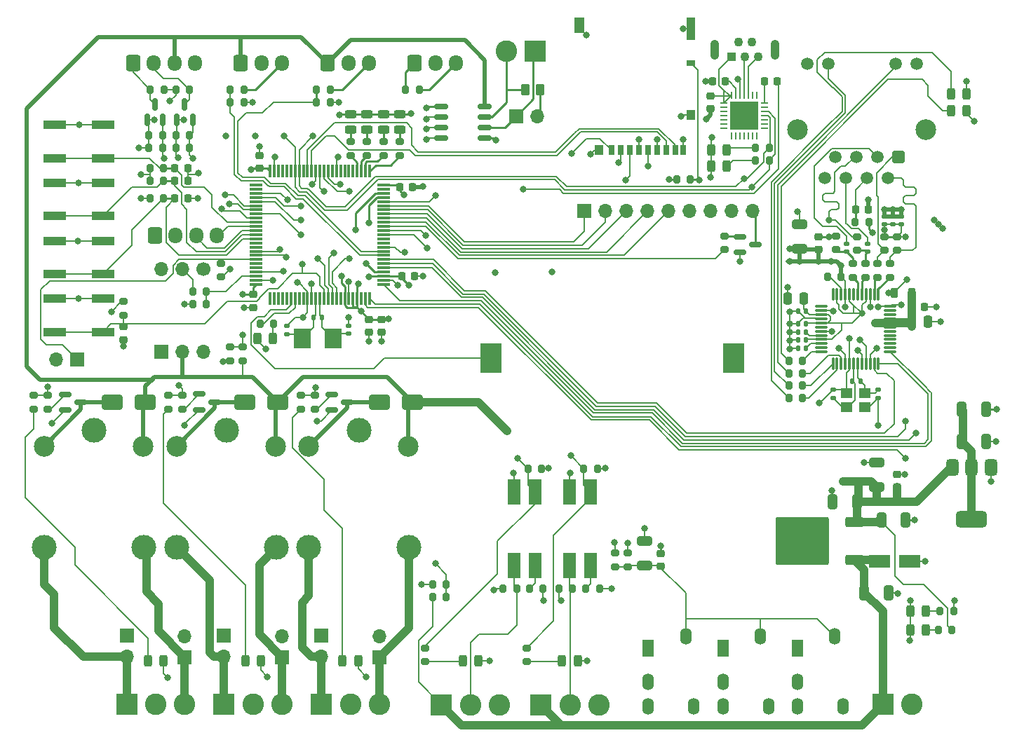
<source format=gbr>
%TF.GenerationSoftware,KiCad,Pcbnew,8.0.6*%
%TF.CreationDate,2024-12-11T15:10:48+01:00*%
%TF.ProjectId,fastLOGIC,66617374-4c4f-4474-9943-2e6b69636164,rev?*%
%TF.SameCoordinates,Original*%
%TF.FileFunction,Copper,L1,Top*%
%TF.FilePolarity,Positive*%
%FSLAX46Y46*%
G04 Gerber Fmt 4.6, Leading zero omitted, Abs format (unit mm)*
G04 Created by KiCad (PCBNEW 8.0.6) date 2024-12-11 15:10:48*
%MOMM*%
%LPD*%
G01*
G04 APERTURE LIST*
G04 Aperture macros list*
%AMRoundRect*
0 Rectangle with rounded corners*
0 $1 Rounding radius*
0 $2 $3 $4 $5 $6 $7 $8 $9 X,Y pos of 4 corners*
0 Add a 4 corners polygon primitive as box body*
4,1,4,$2,$3,$4,$5,$6,$7,$8,$9,$2,$3,0*
0 Add four circle primitives for the rounded corners*
1,1,$1+$1,$2,$3*
1,1,$1+$1,$4,$5*
1,1,$1+$1,$6,$7*
1,1,$1+$1,$8,$9*
0 Add four rect primitives between the rounded corners*
20,1,$1+$1,$2,$3,$4,$5,0*
20,1,$1+$1,$4,$5,$6,$7,0*
20,1,$1+$1,$6,$7,$8,$9,0*
20,1,$1+$1,$8,$9,$2,$3,0*%
G04 Aperture macros list end*
%TA.AperFunction,ComponentPad*%
%ADD10R,1.700000X1.700000*%
%TD*%
%TA.AperFunction,ComponentPad*%
%ADD11O,1.700000X1.700000*%
%TD*%
%TA.AperFunction,SMDPad,CuDef*%
%ADD12RoundRect,0.140000X0.140000X0.170000X-0.140000X0.170000X-0.140000X-0.170000X0.140000X-0.170000X0*%
%TD*%
%TA.AperFunction,SMDPad,CuDef*%
%ADD13RoundRect,0.200000X0.200000X0.275000X-0.200000X0.275000X-0.200000X-0.275000X0.200000X-0.275000X0*%
%TD*%
%TA.AperFunction,SMDPad,CuDef*%
%ADD14RoundRect,0.225000X-0.225000X-0.250000X0.225000X-0.250000X0.225000X0.250000X-0.225000X0.250000X0*%
%TD*%
%TA.AperFunction,SMDPad,CuDef*%
%ADD15RoundRect,0.140000X0.170000X-0.140000X0.170000X0.140000X-0.170000X0.140000X-0.170000X-0.140000X0*%
%TD*%
%TA.AperFunction,SMDPad,CuDef*%
%ADD16RoundRect,0.200000X-0.200000X-0.275000X0.200000X-0.275000X0.200000X0.275000X-0.200000X0.275000X0*%
%TD*%
%TA.AperFunction,SMDPad,CuDef*%
%ADD17RoundRect,0.250000X-0.325000X-0.650000X0.325000X-0.650000X0.325000X0.650000X-0.325000X0.650000X0*%
%TD*%
%TA.AperFunction,SMDPad,CuDef*%
%ADD18R,0.700000X1.200000*%
%TD*%
%TA.AperFunction,SMDPad,CuDef*%
%ADD19R,1.000000X0.800000*%
%TD*%
%TA.AperFunction,SMDPad,CuDef*%
%ADD20R,1.000000X1.200000*%
%TD*%
%TA.AperFunction,SMDPad,CuDef*%
%ADD21R,1.000000X2.800000*%
%TD*%
%TA.AperFunction,SMDPad,CuDef*%
%ADD22R,1.300000X1.900000*%
%TD*%
%TA.AperFunction,SMDPad,CuDef*%
%ADD23RoundRect,0.200000X-0.275000X0.200000X-0.275000X-0.200000X0.275000X-0.200000X0.275000X0.200000X0*%
%TD*%
%TA.AperFunction,SMDPad,CuDef*%
%ADD24RoundRect,0.243750X0.243750X0.456250X-0.243750X0.456250X-0.243750X-0.456250X0.243750X-0.456250X0*%
%TD*%
%TA.AperFunction,SMDPad,CuDef*%
%ADD25RoundRect,0.150000X-0.587500X-0.150000X0.587500X-0.150000X0.587500X0.150000X-0.587500X0.150000X0*%
%TD*%
%TA.AperFunction,SMDPad,CuDef*%
%ADD26RoundRect,0.250000X0.325000X0.650000X-0.325000X0.650000X-0.325000X-0.650000X0.325000X-0.650000X0*%
%TD*%
%TA.AperFunction,SMDPad,CuDef*%
%ADD27RoundRect,0.250000X1.000000X0.650000X-1.000000X0.650000X-1.000000X-0.650000X1.000000X-0.650000X0*%
%TD*%
%TA.AperFunction,SMDPad,CuDef*%
%ADD28RoundRect,0.250000X-1.050000X-0.550000X1.050000X-0.550000X1.050000X0.550000X-1.050000X0.550000X0*%
%TD*%
%TA.AperFunction,SMDPad,CuDef*%
%ADD29RoundRect,0.135000X-0.135000X-0.185000X0.135000X-0.185000X0.135000X0.185000X-0.135000X0.185000X0*%
%TD*%
%TA.AperFunction,ComponentPad*%
%ADD30R,2.600000X2.600000*%
%TD*%
%TA.AperFunction,ComponentPad*%
%ADD31C,2.600000*%
%TD*%
%TA.AperFunction,SMDPad,CuDef*%
%ADD32RoundRect,0.243750X-0.456250X0.243750X-0.456250X-0.243750X0.456250X-0.243750X0.456250X0.243750X0*%
%TD*%
%TA.AperFunction,SMDPad,CuDef*%
%ADD33RoundRect,0.062500X-0.062500X0.337500X-0.062500X-0.337500X0.062500X-0.337500X0.062500X0.337500X0*%
%TD*%
%TA.AperFunction,SMDPad,CuDef*%
%ADD34RoundRect,0.062500X-0.337500X0.062500X-0.337500X-0.062500X0.337500X-0.062500X0.337500X0.062500X0*%
%TD*%
%TA.AperFunction,HeatsinkPad*%
%ADD35R,3.350000X3.350000*%
%TD*%
%TA.AperFunction,SMDPad,CuDef*%
%ADD36RoundRect,0.243750X-0.243750X-0.456250X0.243750X-0.456250X0.243750X0.456250X-0.243750X0.456250X0*%
%TD*%
%TA.AperFunction,SMDPad,CuDef*%
%ADD37RoundRect,0.250000X-0.650000X0.325000X-0.650000X-0.325000X0.650000X-0.325000X0.650000X0.325000X0*%
%TD*%
%TA.AperFunction,SMDPad,CuDef*%
%ADD38RoundRect,0.225000X0.250000X-0.225000X0.250000X0.225000X-0.250000X0.225000X-0.250000X-0.225000X0*%
%TD*%
%TA.AperFunction,SMDPad,CuDef*%
%ADD39RoundRect,0.140000X-0.170000X0.140000X-0.170000X-0.140000X0.170000X-0.140000X0.170000X0.140000X0*%
%TD*%
%TA.AperFunction,SMDPad,CuDef*%
%ADD40RoundRect,0.250000X0.850000X0.350000X-0.850000X0.350000X-0.850000X-0.350000X0.850000X-0.350000X0*%
%TD*%
%TA.AperFunction,SMDPad,CuDef*%
%ADD41RoundRect,0.250000X1.275000X1.125000X-1.275000X1.125000X-1.275000X-1.125000X1.275000X-1.125000X0*%
%TD*%
%TA.AperFunction,SMDPad,CuDef*%
%ADD42RoundRect,0.249997X2.950003X2.650003X-2.950003X2.650003X-2.950003X-2.650003X2.950003X-2.650003X0*%
%TD*%
%TA.AperFunction,SMDPad,CuDef*%
%ADD43RoundRect,0.225000X-0.250000X0.225000X-0.250000X-0.225000X0.250000X-0.225000X0.250000X0.225000X0*%
%TD*%
%TA.AperFunction,SMDPad,CuDef*%
%ADD44RoundRect,0.375000X-0.375000X0.625000X-0.375000X-0.625000X0.375000X-0.625000X0.375000X0.625000X0*%
%TD*%
%TA.AperFunction,SMDPad,CuDef*%
%ADD45RoundRect,0.500000X-1.400000X0.500000X-1.400000X-0.500000X1.400000X-0.500000X1.400000X0.500000X0*%
%TD*%
%TA.AperFunction,SMDPad,CuDef*%
%ADD46R,2.800000X1.000000*%
%TD*%
%TA.AperFunction,SMDPad,CuDef*%
%ADD47RoundRect,0.218750X0.218750X0.381250X-0.218750X0.381250X-0.218750X-0.381250X0.218750X-0.381250X0*%
%TD*%
%TA.AperFunction,ComponentPad*%
%ADD48RoundRect,0.250500X0.499500X0.499500X-0.499500X0.499500X-0.499500X-0.499500X0.499500X-0.499500X0*%
%TD*%
%TA.AperFunction,ComponentPad*%
%ADD49C,1.500000*%
%TD*%
%TA.AperFunction,ComponentPad*%
%ADD50C,2.500000*%
%TD*%
%TA.AperFunction,SMDPad,CuDef*%
%ADD51RoundRect,0.150000X0.150000X-0.587500X0.150000X0.587500X-0.150000X0.587500X-0.150000X-0.587500X0*%
%TD*%
%TA.AperFunction,SMDPad,CuDef*%
%ADD52R,2.000000X2.400000*%
%TD*%
%TA.AperFunction,ComponentPad*%
%ADD53C,3.000000*%
%TD*%
%TA.AperFunction,SMDPad,CuDef*%
%ADD54RoundRect,0.200000X0.275000X-0.200000X0.275000X0.200000X-0.275000X0.200000X-0.275000X-0.200000X0*%
%TD*%
%TA.AperFunction,SMDPad,CuDef*%
%ADD55RoundRect,0.250000X0.650000X-0.325000X0.650000X0.325000X-0.650000X0.325000X-0.650000X-0.325000X0*%
%TD*%
%TA.AperFunction,SMDPad,CuDef*%
%ADD56R,1.600000X3.100000*%
%TD*%
%TA.AperFunction,SMDPad,CuDef*%
%ADD57RoundRect,0.250000X0.262500X0.450000X-0.262500X0.450000X-0.262500X-0.450000X0.262500X-0.450000X0*%
%TD*%
%TA.AperFunction,ComponentPad*%
%ADD58RoundRect,0.250000X-0.600000X-0.725000X0.600000X-0.725000X0.600000X0.725000X-0.600000X0.725000X0*%
%TD*%
%TA.AperFunction,ComponentPad*%
%ADD59O,1.700000X1.950000*%
%TD*%
%TA.AperFunction,SMDPad,CuDef*%
%ADD60RoundRect,0.225000X0.225000X0.250000X-0.225000X0.250000X-0.225000X-0.250000X0.225000X-0.250000X0*%
%TD*%
%TA.AperFunction,SMDPad,CuDef*%
%ADD61RoundRect,0.150000X-0.675000X-0.150000X0.675000X-0.150000X0.675000X0.150000X-0.675000X0.150000X0*%
%TD*%
%TA.AperFunction,ComponentPad*%
%ADD62C,1.700000*%
%TD*%
%TA.AperFunction,SMDPad,CuDef*%
%ADD63R,1.400000X1.200000*%
%TD*%
%TA.AperFunction,SMDPad,CuDef*%
%ADD64RoundRect,0.250000X0.250000X0.475000X-0.250000X0.475000X-0.250000X-0.475000X0.250000X-0.475000X0*%
%TD*%
%TA.AperFunction,SMDPad,CuDef*%
%ADD65R,2.600000X3.600000*%
%TD*%
%TA.AperFunction,SMDPad,CuDef*%
%ADD66RoundRect,0.250000X-0.250000X-0.475000X0.250000X-0.475000X0.250000X0.475000X-0.250000X0.475000X0*%
%TD*%
%TA.AperFunction,SMDPad,CuDef*%
%ADD67RoundRect,0.075000X-0.075000X0.662500X-0.075000X-0.662500X0.075000X-0.662500X0.075000X0.662500X0*%
%TD*%
%TA.AperFunction,SMDPad,CuDef*%
%ADD68RoundRect,0.075000X-0.662500X0.075000X-0.662500X-0.075000X0.662500X-0.075000X0.662500X0.075000X0*%
%TD*%
%TA.AperFunction,SMDPad,CuDef*%
%ADD69RoundRect,0.075000X0.075000X-0.725000X0.075000X0.725000X-0.075000X0.725000X-0.075000X-0.725000X0*%
%TD*%
%TA.AperFunction,SMDPad,CuDef*%
%ADD70RoundRect,0.075000X0.725000X-0.075000X0.725000X0.075000X-0.725000X0.075000X-0.725000X-0.075000X0*%
%TD*%
%TA.AperFunction,ComponentPad*%
%ADD71R,1.100000X1.100000*%
%TD*%
%TA.AperFunction,ComponentPad*%
%ADD72C,1.100000*%
%TD*%
%TA.AperFunction,ComponentPad*%
%ADD73O,1.100000X2.400000*%
%TD*%
%TA.AperFunction,ComponentPad*%
%ADD74O,1.400000X2.000000*%
%TD*%
%TA.AperFunction,ComponentPad*%
%ADD75R,1.400000X2.000000*%
%TD*%
%TA.AperFunction,ViaPad*%
%ADD76C,0.800000*%
%TD*%
%TA.AperFunction,Conductor*%
%ADD77C,0.200000*%
%TD*%
%TA.AperFunction,Conductor*%
%ADD78C,0.250000*%
%TD*%
%TA.AperFunction,Conductor*%
%ADD79C,0.500000*%
%TD*%
%TA.AperFunction,Conductor*%
%ADD80C,1.000000*%
%TD*%
G04 APERTURE END LIST*
D10*
%TO.P,J11,1,Pin_1*%
%TO.N,Net-(J11-Pin_1)*%
X177750000Y-115040000D03*
D11*
%TO.P,J11,2,Pin_2*%
%TO.N,GND*%
X177750000Y-112500000D03*
%TD*%
D12*
%TO.P,C44,1*%
%TO.N,+3.3VA*%
X240980000Y-76750000D03*
%TO.P,C44,2*%
%TO.N,GND*%
X240020000Y-76750000D03*
%TD*%
D10*
%TO.P,J6,1,Pin_1*%
%TO.N,+12V*%
X170750000Y-112460000D03*
D11*
%TO.P,J6,2,Pin_2*%
%TO.N,Net-(J14-Pin_1)*%
X170750000Y-115000000D03*
%TD*%
D13*
%TO.P,R32,1*%
%TO.N,IN_voltage_detect*%
X197575000Y-106250000D03*
%TO.P,R32,2*%
%TO.N,GND*%
X195925000Y-106250000D03*
%TD*%
D14*
%TO.P,C9,1*%
%TO.N,BUTTON_PLUS_IN*%
X164825000Y-57500000D03*
%TO.P,C9,2*%
%TO.N,GND*%
X166375000Y-57500000D03*
%TD*%
D15*
%TO.P,C21,1*%
%TO.N,Net-(U6-PH1)*%
X185800000Y-75980000D03*
%TO.P,C21,2*%
%TO.N,GND*%
X185800000Y-75020000D03*
%TD*%
D16*
%TO.P,R56,1*%
%TO.N,0-5V_IN_A*%
X181925000Y-46500000D03*
%TO.P,R56,2*%
%TO.N,Net-(J1-Pin_3)*%
X183575000Y-46500000D03*
%TD*%
D17*
%TO.P,C6,1*%
%TO.N,+5V*%
X250100000Y-98500000D03*
%TO.P,C6,2*%
%TO.N,GND*%
X253050000Y-98500000D03*
%TD*%
D16*
%TO.P,R21,1*%
%TO.N,DIG_IN_A*%
X207425000Y-92250000D03*
%TO.P,R21,2*%
%TO.N,GND*%
X209075000Y-92250000D03*
%TD*%
D18*
%TO.P,J21,1,DAT2*%
%TO.N,SD_D2*%
X217525000Y-53790000D03*
%TO.P,J21,2,DAT3/CD*%
%TO.N,SD_D3*%
X218625000Y-53790000D03*
%TO.P,J21,3,CMD*%
%TO.N,SD_CMD*%
X219725000Y-53790000D03*
%TO.P,J21,4,VDD*%
%TO.N,+3.3V*%
X220825000Y-53790000D03*
%TO.P,J21,5,CLK*%
%TO.N,SD_SCK*%
X221925000Y-53790000D03*
%TO.P,J21,6,VSS*%
%TO.N,GND*%
X223025000Y-53790000D03*
%TO.P,J21,7,DAT0*%
%TO.N,SD_D0*%
X224125000Y-53790000D03*
%TO.P,J21,8,DAT1*%
%TO.N,SD_D1*%
X225225000Y-53790000D03*
%TO.P,J21,9,DET_B*%
%TO.N,GND*%
X226175000Y-53790000D03*
D19*
%TO.P,J21,10,DET_A*%
%TO.N,SD_DET*%
X227125000Y-43290000D03*
D20*
%TO.P,J21,11,SHIELD*%
%TO.N,GND*%
X227125000Y-49490000D03*
D21*
X227125000Y-39140000D03*
D20*
X215975000Y-53790000D03*
D22*
X213625000Y-38690000D03*
%TD*%
D23*
%TO.P,R18,1*%
%TO.N,D_OUT_B*%
X165750000Y-83425000D03*
%TO.P,R18,2*%
%TO.N,Net-(Q2-B)*%
X165750000Y-85075000D03*
%TD*%
D24*
%TO.P,D6,1,K*%
%TO.N,GND*%
X175187500Y-115500000D03*
%TO.P,D6,2,A*%
%TO.N,Net-(D6-A)*%
X173312500Y-115500000D03*
%TD*%
D13*
%TO.P,R54,1*%
%TO.N,Net-(U13-DUPLED)*%
X240575000Y-83750000D03*
%TO.P,R54,2*%
%TO.N,Net-(D12-A)*%
X238925000Y-83750000D03*
%TD*%
D25*
%TO.P,Q1,1,B*%
%TO.N,Net-(Q1-B)*%
X151562500Y-83300000D03*
%TO.P,Q1,2,E*%
%TO.N,GND*%
X151562500Y-85200000D03*
%TO.P,Q1,3,C*%
%TO.N,Net-(D4-A)*%
X153437500Y-84250000D03*
%TD*%
D17*
%TO.P,C18,1*%
%TO.N,+3.3V*%
X259800000Y-89000000D03*
%TO.P,C18,2*%
%TO.N,GND*%
X262750000Y-89000000D03*
%TD*%
D26*
%TO.P,C4,1*%
%TO.N,+5V*%
X247175000Y-96250000D03*
%TO.P,C4,2*%
%TO.N,GND*%
X244225000Y-96250000D03*
%TD*%
D14*
%TO.P,C31,1*%
%TO.N,+3.3V*%
X253725000Y-72750000D03*
%TO.P,C31,2*%
%TO.N,GND*%
X255275000Y-72750000D03*
%TD*%
D23*
%TO.P,R36,1*%
%TO.N,+3.3V*%
X158600000Y-72075000D03*
%TO.P,R36,2*%
%TO.N,rst*%
X158600000Y-73725000D03*
%TD*%
D12*
%TO.P,C39,1*%
%TO.N,+3.3VA*%
X241000000Y-73250000D03*
%TO.P,C39,2*%
%TO.N,GND*%
X240040000Y-73250000D03*
%TD*%
D23*
%TO.P,R50,1*%
%TO.N,+3.3VA*%
X250500000Y-64250000D03*
%TO.P,R50,2*%
%TO.N,TD+*%
X250500000Y-65900000D03*
%TD*%
D27*
%TO.P,D4,1,K*%
%TO.N,+5V*%
X161250000Y-84250000D03*
%TO.P,D4,2,A*%
%TO.N,Net-(D4-A)*%
X157250000Y-84250000D03*
%TD*%
D28*
%TO.P,C3,1*%
%TO.N,+12V*%
X249900000Y-103500000D03*
%TO.P,C3,2*%
%TO.N,GND*%
X253500000Y-103500000D03*
%TD*%
D23*
%TO.P,R42,1*%
%TO.N,Net-(C37-Pad2)*%
X248157500Y-67500000D03*
%TO.P,R42,2*%
%TO.N,Net-(U13-RXN)*%
X248157500Y-69150000D03*
%TD*%
D25*
%TO.P,Q2,1,B*%
%TO.N,Net-(Q2-B)*%
X167750000Y-83260000D03*
%TO.P,Q2,2,E*%
%TO.N,GND*%
X167750000Y-85160000D03*
%TO.P,Q2,3,C*%
%TO.N,Net-(D5-A)*%
X169625000Y-84210000D03*
%TD*%
D29*
%TO.P,R38,1*%
%TO.N,Net-(U13-XI{slash}CLKIN)*%
X246582500Y-81675000D03*
%TO.P,R38,2*%
%TO.N,Net-(U13-XO)*%
X247602500Y-81675000D03*
%TD*%
D10*
%TO.P,J24,1,Pin_1*%
%TO.N,Net-(J15-Pin_3)*%
X166000000Y-115025000D03*
D11*
%TO.P,J24,2,Pin_2*%
%TO.N,GND*%
X166000000Y-112485000D03*
%TD*%
D30*
%TO.P,J9,1,Pin_1*%
%TO.N,+12V*%
X209000000Y-120795000D03*
D31*
%TO.P,J9,2,Pin_2*%
%TO.N,Net-(J9-Pin_2)*%
X212500000Y-120795000D03*
%TO.P,J9,3,Pin_3*%
%TO.N,GND*%
X216000000Y-120795000D03*
%TD*%
D32*
%TO.P,D3,1,K*%
%TO.N,GND*%
X188000000Y-49462500D03*
%TO.P,D3,2,A*%
%TO.N,Net-(D3-A)*%
X188000000Y-51337500D03*
%TD*%
D16*
%TO.P,R6,1*%
%TO.N,Net-(R6-Pad1)*%
X214425000Y-106750000D03*
%TO.P,R6,2*%
%TO.N,GND*%
X216075000Y-106750000D03*
%TD*%
D33*
%TO.P,U9,1,~{DCD}*%
%TO.N,unconnected-(U9-~{DCD}-Pad1)*%
X235050000Y-47170000D03*
%TO.P,U9,2,~{RI}/CLK*%
%TO.N,unconnected-(U9-~{RI}{slash}CLK-Pad2)*%
X234550000Y-47170000D03*
%TO.P,U9,3,GND*%
%TO.N,GND*%
X234050000Y-47170000D03*
%TO.P,U9,4,D+*%
%TO.N,Net-(J17-D+)*%
X233550000Y-47170000D03*
%TO.P,U9,5,D-*%
%TO.N,Net-(J17-D-)*%
X233050000Y-47170000D03*
%TO.P,U9,6,VDD*%
%TO.N,Net-(U9-VDD)*%
X232550000Y-47170000D03*
%TO.P,U9,7,REGIN*%
%TO.N,Net-(J17-VBUS)*%
X232050000Y-47170000D03*
D34*
%TO.P,U9,8,VBUS*%
X231100000Y-48120000D03*
%TO.P,U9,9,~{RSTb}*%
%TO.N,unconnected-(U9-~{RSTb}-Pad9)*%
X231100000Y-48620000D03*
%TO.P,U9,10,NC*%
%TO.N,unconnected-(U9-NC-Pad10)*%
X231100000Y-49120000D03*
%TO.P,U9,11,~{SUSPENDb}*%
%TO.N,unconnected-(U9-~{SUSPENDb}-Pad11)*%
X231100000Y-49620000D03*
%TO.P,U9,12,SUSPEND*%
%TO.N,unconnected-(U9-SUSPEND-Pad12)*%
X231100000Y-50120000D03*
%TO.P,U9,13,CHREN*%
%TO.N,unconnected-(U9-CHREN-Pad13)*%
X231100000Y-50620000D03*
%TO.P,U9,14,CHR1*%
%TO.N,unconnected-(U9-CHR1-Pad14)*%
X231100000Y-51120000D03*
D33*
%TO.P,U9,15,CHR0*%
%TO.N,unconnected-(U9-CHR0-Pad15)*%
X232050000Y-52070000D03*
%TO.P,U9,16,~{WAKEUP}/GPIO.3*%
%TO.N,unconnected-(U9-~{WAKEUP}{slash}GPIO.3-Pad16)*%
X232550000Y-52070000D03*
%TO.P,U9,17,RS485/GPIO.2*%
%TO.N,unconnected-(U9-RS485{slash}GPIO.2-Pad17)*%
X233050000Y-52070000D03*
%TO.P,U9,18,~{RXT}/GPIO.1*%
%TO.N,unconnected-(U9-~{RXT}{slash}GPIO.1-Pad18)*%
X233550000Y-52070000D03*
%TO.P,U9,19,~{TXT}/GPIO.0*%
%TO.N,unconnected-(U9-~{TXT}{slash}GPIO.0-Pad19)*%
X234050000Y-52070000D03*
%TO.P,U9,20,GPIO.6*%
%TO.N,unconnected-(U9-GPIO.6-Pad20)*%
X234550000Y-52070000D03*
%TO.P,U9,21,GPIO.5*%
%TO.N,unconnected-(U9-GPIO.5-Pad21)*%
X235050000Y-52070000D03*
D34*
%TO.P,U9,22,GPIO.4*%
%TO.N,unconnected-(U9-GPIO.4-Pad22)*%
X236000000Y-51120000D03*
%TO.P,U9,23,~{CTS}*%
%TO.N,unconnected-(U9-~{CTS}-Pad23)*%
X236000000Y-50620000D03*
%TO.P,U9,24,~{RTS}*%
%TO.N,unconnected-(U9-~{RTS}-Pad24)*%
X236000000Y-50120000D03*
%TO.P,U9,25,RXD*%
%TO.N,uC_TX*%
X236000000Y-49620000D03*
%TO.P,U9,26,TXD*%
%TO.N,uC_RX*%
X236000000Y-49120000D03*
%TO.P,U9,27,~{DSR}*%
%TO.N,unconnected-(U9-~{DSR}-Pad27)*%
X236000000Y-48620000D03*
%TO.P,U9,28,~{DTR}*%
%TO.N,Net-(U9-~{DTR})*%
X236000000Y-48120000D03*
D35*
%TO.P,U9,29,GND*%
%TO.N,GND*%
X233550000Y-49620000D03*
%TD*%
D36*
%TO.P,D13,1,K*%
%TO.N,GND*%
X174762500Y-76500000D03*
%TO.P,D13,2,A*%
%TO.N,Net-(D13-A)*%
X176637500Y-76500000D03*
%TD*%
D37*
%TO.P,C28,1*%
%TO.N,GND1*%
X240250000Y-62775000D03*
%TO.P,C28,2*%
%TO.N,GND*%
X240250000Y-65725000D03*
%TD*%
D13*
%TO.P,R7,1*%
%TO.N,Net-(J9-Pin_2)*%
X212825000Y-106750000D03*
%TO.P,R7,2*%
%TO.N,GND*%
X211175000Y-106750000D03*
%TD*%
D10*
%TO.P,J22,1,Pin_1*%
%TO.N,+12V*%
X182500000Y-112475000D03*
D11*
%TO.P,J22,2,Pin_2*%
%TO.N,Net-(J16-Pin_1)*%
X182500000Y-115015000D03*
%TD*%
D23*
%TO.P,R9,1*%
%TO.N,Net-(D1-A)*%
X186000000Y-52775000D03*
%TO.P,R9,2*%
%TO.N,LED_A*%
X186000000Y-54425000D03*
%TD*%
D12*
%TO.P,C40,1*%
%TO.N,+3.3VA*%
X241000000Y-74750000D03*
%TO.P,C40,2*%
%TO.N,GND*%
X240040000Y-74750000D03*
%TD*%
D38*
%TO.P,C11,1*%
%TO.N,+5V*%
X252000000Y-94525000D03*
%TO.P,C11,2*%
%TO.N,GND*%
X252000000Y-92975000D03*
%TD*%
D13*
%TO.P,R53,1*%
%TO.N,Net-(U13-SPDLED)*%
X240575000Y-79250000D03*
%TO.P,R53,2*%
%TO.N,Net-(D10-A)*%
X238925000Y-79250000D03*
%TD*%
D39*
%TO.P,C29,1*%
%TO.N,GND*%
X244250000Y-82750000D03*
%TO.P,C29,2*%
%TO.N,Net-(U13-XI{slash}CLKIN)*%
X244250000Y-83710000D03*
%TD*%
D40*
%TO.P,U1,1,VI*%
%TO.N,+12V*%
X246825000Y-103305000D03*
D41*
%TO.P,U1,2,GND*%
%TO.N,GND*%
X242200000Y-102550000D03*
X242200000Y-99500000D03*
D42*
X240525000Y-101025000D03*
D41*
X238850000Y-102550000D03*
X238850000Y-99500000D03*
D40*
%TO.P,U1,3,VO*%
%TO.N,+5V*%
X246825000Y-98745000D03*
%TD*%
D43*
%TO.P,C15,1*%
%TO.N,rst*%
X158600000Y-75125000D03*
%TO.P,C15,2*%
%TO.N,GND*%
X158600000Y-76675000D03*
%TD*%
D44*
%TO.P,U10,1,GND*%
%TO.N,GND*%
X263300000Y-92100000D03*
%TO.P,U10,2,VO*%
%TO.N,+3.3V*%
X261000000Y-92100000D03*
D45*
X261000000Y-98400000D03*
D44*
%TO.P,U10,3,VI*%
%TO.N,+5V*%
X258700000Y-92100000D03*
%TD*%
D38*
%TO.P,C19,1*%
%TO.N,+3.3V*%
X175000000Y-56000000D03*
%TO.P,C19,2*%
%TO.N,GND*%
X175000000Y-54450000D03*
%TD*%
D16*
%TO.P,R10,1*%
%TO.N,Net-(D2-A)*%
X256987500Y-111750000D03*
%TO.P,R10,2*%
%TO.N,+5V*%
X258637500Y-111750000D03*
%TD*%
D17*
%TO.P,C5,1*%
%TO.N,+12V*%
X248025000Y-107250000D03*
%TO.P,C5,2*%
%TO.N,GND*%
X250975000Y-107250000D03*
%TD*%
D15*
%TO.P,C41,1*%
%TO.N,+3.3VA*%
X252500000Y-62730000D03*
%TO.P,C41,2*%
%TO.N,GND*%
X252500000Y-61770000D03*
%TD*%
D46*
%TO.P,SW5,1,1*%
%TO.N,rst*%
X156150000Y-75750000D03*
X150350000Y-75750000D03*
%TO.P,SW5,2,2*%
%TO.N,GND*%
X156150000Y-71750000D03*
X150350000Y-71750000D03*
%TD*%
D14*
%TO.P,C27,1*%
%TO.N,+3.3V*%
X192225000Y-69000000D03*
%TO.P,C27,2*%
%TO.N,GND*%
X193775000Y-69000000D03*
%TD*%
D16*
%TO.P,R44,1*%
%TO.N,ETHERNET_LED_A*%
X238925000Y-82250000D03*
%TO.P,R44,2*%
%TO.N,Net-(U13-LINKLED)*%
X240575000Y-82250000D03*
%TD*%
D32*
%TO.P,D1,1,K*%
%TO.N,GND*%
X186000000Y-49462500D03*
%TO.P,D1,2,A*%
%TO.N,Net-(D1-A)*%
X186000000Y-51337500D03*
%TD*%
D24*
%TO.P,D7,1,K*%
%TO.N,GND*%
X163437500Y-115500000D03*
%TO.P,D7,2,A*%
%TO.N,Net-(D7-A)*%
X161562500Y-115500000D03*
%TD*%
D39*
%TO.P,C38,1*%
%TO.N,RD+*%
X245907500Y-65115000D03*
%TO.P,C38,2*%
%TO.N,Net-(C38-Pad2)*%
X245907500Y-66075000D03*
%TD*%
D47*
%TO.P,L1,1,1*%
%TO.N,+3.3V*%
X253812500Y-71000000D03*
%TO.P,L1,2,2*%
%TO.N,+3.3VA*%
X251687500Y-71000000D03*
%TD*%
D15*
%TO.P,C43,1*%
%TO.N,+3.3VA*%
X251500000Y-62730000D03*
%TO.P,C43,2*%
%TO.N,GND*%
X251500000Y-61770000D03*
%TD*%
D32*
%TO.P,D16,1,K*%
%TO.N,GND*%
X190000000Y-49462500D03*
%TO.P,D16,2,A*%
%TO.N,Net-(D16-A)*%
X190000000Y-51337500D03*
%TD*%
D13*
%TO.P,R13,1*%
%TO.N,Net-(J8-Pin_2)*%
X206075000Y-106750000D03*
%TO.P,R13,2*%
%TO.N,GND*%
X204425000Y-106750000D03*
%TD*%
D30*
%TO.P,J2,1,Pin_1*%
%TO.N,Net-(J2-Pin_1)*%
X208300000Y-41800000D03*
D31*
%TO.P,J2,2,Pin_2*%
%TO.N,Net-(J2-Pin_2)*%
X204800000Y-41800000D03*
%TD*%
D38*
%TO.P,C7,1*%
%TO.N,GND*%
X229500000Y-48775000D03*
%TO.P,C7,2*%
%TO.N,Net-(J17-VBUS)*%
X229500000Y-47225000D03*
%TD*%
D48*
%TO.P,J23,1*%
%TO.N,TD+*%
X252190000Y-54610000D03*
D49*
%TO.P,J23,2*%
%TO.N,TD-*%
X250930000Y-57150000D03*
%TO.P,J23,3*%
%TO.N,RD+*%
X249650000Y-54610000D03*
%TO.P,J23,4*%
%TO.N,TC*%
X248390000Y-57150000D03*
%TO.P,J23,5*%
%TO.N,RC*%
X247110000Y-54610000D03*
%TO.P,J23,6*%
%TO.N,RD-*%
X245850000Y-57150000D03*
%TO.P,J23,7*%
%TO.N,N/C*%
X244570000Y-54610000D03*
%TO.P,J23,8*%
%TO.N,GND1*%
X243310000Y-57150000D03*
%TO.P,J23,9*%
%TO.N,+3.3V*%
X254375000Y-43350000D03*
%TO.P,J23,10*%
%TO.N,ETHERNET_LED_B*%
X251835000Y-43350000D03*
%TO.P,J23,11*%
%TO.N,ETHERNET_LED_A*%
X243665000Y-43350000D03*
%TO.P,J23,12*%
%TO.N,+3.3V*%
X241125000Y-43350000D03*
D50*
%TO.P,J23,SH*%
%TO.N,N/C*%
X255495000Y-51300000D03*
X240005000Y-51300000D03*
%TD*%
D51*
%TO.P,Q4,1,G*%
%TO.N,+3.3V*%
X161475000Y-50125000D03*
%TO.P,Q4,2,S*%
%TO.N,SDA_1*%
X163375000Y-50125000D03*
%TO.P,Q4,3,D*%
%TO.N,SDA_5V*%
X162425000Y-48250000D03*
%TD*%
D23*
%TO.P,R37,1*%
%TO.N,BOOT_0*%
X170400000Y-67475000D03*
%TO.P,R37,2*%
%TO.N,GND*%
X170400000Y-69125000D03*
%TD*%
D52*
%TO.P,Y2,1,1*%
%TO.N,Net-(U6-PH0)*%
X180200000Y-76500000D03*
%TO.P,Y2,2,2*%
%TO.N,Net-(U6-PH1)*%
X183900000Y-76500000D03*
%TD*%
D10*
%TO.P,JP1,1,A*%
%TO.N,Net-(J2-Pin_1)*%
X206000000Y-49700000D03*
D11*
%TO.P,JP1,2,B*%
%TO.N,Net-(JP1-B)*%
X208540000Y-49700000D03*
%TD*%
D23*
%TO.P,R52,1*%
%TO.N,RC*%
X244657500Y-64175000D03*
%TO.P,R52,2*%
%TO.N,Net-(C38-Pad2)*%
X244657500Y-65825000D03*
%TD*%
D24*
%TO.P,D14,1,K*%
%TO.N,GND*%
X186937500Y-115500000D03*
%TO.P,D14,2,A*%
%TO.N,Net-(D14-A)*%
X185062500Y-115500000D03*
%TD*%
D39*
%TO.P,C37,1*%
%TO.N,RD-*%
X248407500Y-65115000D03*
%TO.P,C37,2*%
%TO.N,Net-(C37-Pad2)*%
X248407500Y-66075000D03*
%TD*%
D13*
%TO.P,R59,1*%
%TO.N,SD_DET*%
X227025000Y-57300000D03*
%TO.P,R59,2*%
%TO.N,+3.3V*%
X225375000Y-57300000D03*
%TD*%
D53*
%TO.P,K3,1*%
%TO.N,Net-(J16-Pin_2)*%
X187050000Y-87600000D03*
D50*
%TO.P,K3,2*%
%TO.N,Net-(D15-A)*%
X181000000Y-89550000D03*
D53*
%TO.P,K3,3*%
%TO.N,Net-(J16-Pin_1)*%
X181000000Y-101750000D03*
%TO.P,K3,4*%
%TO.N,Net-(J16-Pin_3)*%
X193050000Y-101800000D03*
D50*
%TO.P,K3,5*%
%TO.N,+5V*%
X193000000Y-89550000D03*
%TD*%
D16*
%TO.P,R1,1*%
%TO.N,Net-(D11-A)*%
X257162500Y-109500000D03*
%TO.P,R1,2*%
%TO.N,+3.3V*%
X258812500Y-109500000D03*
%TD*%
D24*
%TO.P,D10,1,K*%
%TO.N,GND*%
X260375000Y-49000000D03*
%TO.P,D10,2,A*%
%TO.N,Net-(D10-A)*%
X258500000Y-49000000D03*
%TD*%
D39*
%TO.P,C30,1*%
%TO.N,Net-(U13-XO)*%
X249750000Y-82750000D03*
%TO.P,C30,2*%
%TO.N,GND*%
X249750000Y-83710000D03*
%TD*%
%TO.P,C20,1*%
%TO.N,GND*%
X178300000Y-75040000D03*
%TO.P,C20,2*%
%TO.N,Net-(U6-PH0)*%
X178300000Y-76000000D03*
%TD*%
D24*
%TO.P,D9,1,K*%
%TO.N,GND*%
X213437500Y-115500000D03*
%TO.P,D9,2,A*%
%TO.N,Net-(D9-A)*%
X211562500Y-115500000D03*
%TD*%
D54*
%TO.P,R23,1*%
%TO.N,Net-(D8-A)*%
X195000000Y-115575000D03*
%TO.P,R23,2*%
%TO.N,DIG_IN_A*%
X195000000Y-113925000D03*
%TD*%
%TO.P,R19,1*%
%TO.N,Net-(D6-A)*%
X164062500Y-85075000D03*
%TO.P,R19,2*%
%TO.N,D_OUT_B*%
X164062500Y-83425000D03*
%TD*%
D16*
%TO.P,R33,1*%
%TO.N,+3.3V*%
X161675000Y-53500000D03*
%TO.P,R33,2*%
%TO.N,SDA_1*%
X163325000Y-53500000D03*
%TD*%
%TO.P,R45,1*%
%TO.N,ETHERNET_LED_B*%
X238925000Y-80750000D03*
%TO.P,R45,2*%
%TO.N,Net-(U13-ACTLED)*%
X240575000Y-80750000D03*
%TD*%
D55*
%TO.P,C12,1*%
%TO.N,+5V*%
X249500000Y-94475000D03*
%TO.P,C12,2*%
%TO.N,GND*%
X249500000Y-91525000D03*
%TD*%
D16*
%TO.P,R16,1*%
%TO.N,+3.3V*%
X161800000Y-56000000D03*
%TO.P,R16,2*%
%TO.N,BUTTON_SET_IN*%
X163450000Y-56000000D03*
%TD*%
D56*
%TO.P,U4,1*%
%TO.N,Net-(J8-Pin_2)*%
X205730000Y-103945000D03*
%TO.P,U4,2*%
%TO.N,Net-(R22-Pad1)*%
X208270000Y-103945000D03*
%TO.P,U4,3*%
%TO.N,DIG_IN_A*%
X208270000Y-95055000D03*
%TO.P,U4,4*%
%TO.N,+3.3V*%
X205730000Y-95055000D03*
%TD*%
D13*
%TO.P,R8,1*%
%TO.N,GND*%
X173150000Y-48000000D03*
%TO.P,R8,2*%
%TO.N,0-5V_IN_B*%
X171500000Y-48000000D03*
%TD*%
D14*
%TO.P,C14,1*%
%TO.N,GND*%
X229725000Y-45500000D03*
%TO.P,C14,2*%
%TO.N,Net-(U9-VDD)*%
X231275000Y-45500000D03*
%TD*%
D30*
%TO.P,J4,1,Pin_1*%
%TO.N,+12V*%
X250282500Y-120750000D03*
D31*
%TO.P,J4,2,Pin_2*%
%TO.N,GND*%
X253782500Y-120750000D03*
%TD*%
D16*
%TO.P,R34,1*%
%TO.N,+3.3V*%
X164925000Y-53500000D03*
%TO.P,R34,2*%
%TO.N,SCL_1*%
X166575000Y-53500000D03*
%TD*%
%TO.P,R15,1*%
%TO.N,+3.3V*%
X161800000Y-59600000D03*
%TO.P,R15,2*%
%TO.N,BUTTON_MINUS_IN*%
X163450000Y-59600000D03*
%TD*%
D23*
%TO.P,R63,1*%
%TO.N,Net-(D16-A)*%
X190000000Y-52775000D03*
%TO.P,R63,2*%
%TO.N,LED_C*%
X190000000Y-54425000D03*
%TD*%
D14*
%TO.P,C23,1*%
%TO.N,+3.3V*%
X191975000Y-58250000D03*
%TO.P,C23,2*%
%TO.N,GND*%
X193525000Y-58250000D03*
%TD*%
D32*
%TO.P,D17,1,K*%
%TO.N,GND*%
X192000000Y-49462500D03*
%TO.P,D17,2,A*%
%TO.N,Net-(D17-A)*%
X192000000Y-51337500D03*
%TD*%
D24*
%TO.P,D8,1,K*%
%TO.N,GND*%
X201437500Y-115500000D03*
%TO.P,D8,2,A*%
%TO.N,Net-(D8-A)*%
X199562500Y-115500000D03*
%TD*%
D25*
%TO.P,Q3,1,B*%
%TO.N,Net-(Q3-B)*%
X183750000Y-83300000D03*
%TO.P,Q3,2,E*%
%TO.N,GND*%
X183750000Y-85200000D03*
%TO.P,Q3,3,C*%
%TO.N,Net-(D15-A)*%
X185625000Y-84250000D03*
%TD*%
D54*
%TO.P,R24,1*%
%TO.N,Net-(D9-A)*%
X207250000Y-115575000D03*
%TO.P,R24,2*%
%TO.N,DIG_IN_B*%
X207250000Y-113925000D03*
%TD*%
D10*
%TO.P,J19,1,Pin_1*%
%TO.N,Net-(J16-Pin_3)*%
X189500000Y-115025000D03*
D11*
%TO.P,J19,2,Pin_2*%
%TO.N,GND*%
X189500000Y-112485000D03*
%TD*%
D54*
%TO.P,R62,1*%
%TO.N,CURRENT_SENSOR_SUPPLY_1.65V*%
X219500000Y-104100000D03*
%TO.P,R62,2*%
%TO.N,GND*%
X219500000Y-102450000D03*
%TD*%
D16*
%TO.P,R12,1*%
%TO.N,DIG_IN_B*%
X214175000Y-92250000D03*
%TO.P,R12,2*%
%TO.N,GND*%
X215825000Y-92250000D03*
%TD*%
D57*
%TO.P,R27,1*%
%TO.N,Net-(JP1-B)*%
X208912500Y-46500000D03*
%TO.P,R27,2*%
%TO.N,Net-(J2-Pin_2)*%
X207087500Y-46500000D03*
%TD*%
D23*
%TO.P,R64,1*%
%TO.N,Net-(D17-A)*%
X192000000Y-52775000D03*
%TO.P,R64,2*%
%TO.N,LED_D*%
X192000000Y-54425000D03*
%TD*%
D16*
%TO.P,R14,1*%
%TO.N,+3.3V*%
X161800000Y-57500000D03*
%TO.P,R14,2*%
%TO.N,BUTTON_PLUS_IN*%
X163450000Y-57500000D03*
%TD*%
D23*
%TO.P,R61,1*%
%TO.N,+3.3V*%
X218000000Y-102450000D03*
%TO.P,R61,2*%
%TO.N,CURRENT_SENSOR_SUPPLY_1.65V*%
X218000000Y-104100000D03*
%TD*%
D16*
%TO.P,R31,1*%
%TO.N,+12V*%
X195925000Y-107750000D03*
%TO.P,R31,2*%
%TO.N,IN_voltage_detect*%
X197575000Y-107750000D03*
%TD*%
D58*
%TO.P,J1,1,Pin_1*%
%TO.N,+5V*%
X183250000Y-43282500D03*
D59*
%TO.P,J1,2,Pin_2*%
%TO.N,GND*%
X185750000Y-43282500D03*
%TO.P,J1,3,Pin_3*%
%TO.N,Net-(J1-Pin_3)*%
X188250000Y-43282500D03*
%TD*%
D55*
%TO.P,C1,1*%
%TO.N,CURRENT_SENSOR_SUPPLY_1.65V*%
X221500000Y-104000000D03*
%TO.P,C1,2*%
%TO.N,GND*%
X221500000Y-101050000D03*
%TD*%
D23*
%TO.P,R51,1*%
%TO.N,RC*%
X247157500Y-64250000D03*
%TO.P,R51,2*%
%TO.N,Net-(C37-Pad2)*%
X247157500Y-65900000D03*
%TD*%
%TO.P,R40,1*%
%TO.N,TD-*%
X251157500Y-67500000D03*
%TO.P,R40,2*%
%TO.N,Net-(U13-TXN)*%
X251157500Y-69150000D03*
%TD*%
D24*
%TO.P,D19,1,K*%
%TO.N,Net-(D19-K)*%
X231437500Y-55750000D03*
%TO.P,D19,2,A*%
%TO.N,+3.3V*%
X229562500Y-55750000D03*
%TD*%
D13*
%TO.P,R47,1*%
%TO.N,+3.3VA*%
X248575000Y-62500000D03*
%TO.P,R47,2*%
%TO.N,TC*%
X246925000Y-62500000D03*
%TD*%
D60*
%TO.P,C34,1*%
%TO.N,GND*%
X248525000Y-61000000D03*
%TO.P,C34,2*%
%TO.N,TC*%
X246975000Y-61000000D03*
%TD*%
D17*
%TO.P,C22,1*%
%TO.N,+3.3V*%
X259825000Y-85100000D03*
%TO.P,C22,2*%
%TO.N,GND*%
X262775000Y-85100000D03*
%TD*%
D61*
%TO.P,U8,1,RO*%
%TO.N,MAX485_RO*%
X196975000Y-48495000D03*
%TO.P,U8,2,~{RE}*%
%TO.N,MAX485_RE*%
X196975000Y-49765000D03*
%TO.P,U8,3,DE*%
%TO.N,MAX485_DE*%
X196975000Y-51035000D03*
%TO.P,U8,4,DI*%
%TO.N,MAX485_DI*%
X196975000Y-52305000D03*
%TO.P,U8,5,GND*%
%TO.N,GND*%
X202225000Y-52305000D03*
%TO.P,U8,6,A*%
%TO.N,Net-(J2-Pin_1)*%
X202225000Y-51035000D03*
%TO.P,U8,7,B*%
%TO.N,Net-(J2-Pin_2)*%
X202225000Y-49765000D03*
%TO.P,U8,8,VCC*%
%TO.N,+5V*%
X202225000Y-48495000D03*
%TD*%
D16*
%TO.P,R4,1*%
%TO.N,+5V*%
X164925000Y-46500000D03*
%TO.P,R4,2*%
%TO.N,SCL_5V*%
X166575000Y-46500000D03*
%TD*%
D54*
%TO.P,R20,1*%
%TO.N,Net-(D7-A)*%
X147750000Y-85075000D03*
%TO.P,R20,2*%
%TO.N,D_OUT_A*%
X147750000Y-83425000D03*
%TD*%
D46*
%TO.P,SW3,1,1*%
%TO.N,GND*%
X150350000Y-57750000D03*
X156150000Y-57750000D03*
%TO.P,SW3,2,2*%
%TO.N,BUTTON_PLUS_IN*%
X150350000Y-61750000D03*
X156150000Y-61750000D03*
%TD*%
D10*
%TO.P,J10,1,Pin_1*%
%TO.N,DISPLAY_CS*%
X214240000Y-61141700D03*
D11*
%TO.P,J10,2,Pin_2*%
%TO.N,DISPLAY_RSE*%
X216780000Y-61141700D03*
%TO.P,J10,3,Pin_3*%
%TO.N,DISPLAY_RS*%
X219320000Y-61141700D03*
%TO.P,J10,4,Pin_4*%
%TO.N,DISPLAY_SCL*%
X221860000Y-61141700D03*
%TO.P,J10,5,Pin_5*%
%TO.N,DISPLAY_SI*%
X224400000Y-61141700D03*
%TO.P,J10,6,Pin_6*%
%TO.N,+3.3V*%
X226940000Y-61141700D03*
%TO.P,J10,7,Pin_7*%
%TO.N,GND*%
X229480000Y-61141700D03*
%TO.P,J10,8,Pin_8*%
%TO.N,+3.3V*%
X232040000Y-61143861D03*
%TO.P,J10,9,Pin_9*%
%TO.N,Net-(J10-Pin_9)*%
X234580000Y-61144926D03*
%TD*%
D58*
%TO.P,J3,1,Pin_1*%
%TO.N,+3.3V*%
X193750000Y-43282500D03*
D59*
%TO.P,J3,2,Pin_2*%
%TO.N,GND*%
X196250000Y-43282500D03*
%TO.P,J3,3,Pin_3*%
%TO.N,DS18B20_DATA*%
X198750000Y-43282500D03*
%TD*%
D36*
%TO.P,D2,1,K*%
%TO.N,GND*%
X253625000Y-111750000D03*
%TO.P,D2,2,A*%
%TO.N,Net-(D2-A)*%
X255500000Y-111750000D03*
%TD*%
D10*
%TO.P,U2,1,x*%
%TO.N,unconnected-(U2-x-Pad1)*%
X163210000Y-78170000D03*
D11*
%TO.P,U2,2,Vdd*%
%TO.N,+5V*%
X165750000Y-78170000D03*
%TO.P,U2,3,GND*%
%TO.N,GND*%
X168290000Y-78170000D03*
D62*
%TO.P,U2,4,Vdd*%
%TO.N,+5V*%
X168290000Y-68170000D03*
D11*
%TO.P,U2,5,Out*%
%TO.N,Net-(U2-Out)*%
X165750000Y-68170000D03*
%TO.P,U2,6,GND*%
%TO.N,GND*%
X163210000Y-68170000D03*
%TD*%
D43*
%TO.P,C8,1*%
%TO.N,+3.3V*%
X189750000Y-74225000D03*
%TO.P,C8,2*%
%TO.N,GND*%
X189750000Y-75775000D03*
%TD*%
D16*
%TO.P,R22,1*%
%TO.N,Net-(R22-Pad1)*%
X207600000Y-106750000D03*
%TO.P,R22,2*%
%TO.N,GND*%
X209250000Y-106750000D03*
%TD*%
D10*
%TO.P,JP2,1,A*%
%TO.N,BOOT_0*%
X153000000Y-79100000D03*
D11*
%TO.P,JP2,2,B*%
%TO.N,+3.3V*%
X150460000Y-79100000D03*
%TD*%
D30*
%TO.P,J14,1,Pin_1*%
%TO.N,Net-(J14-Pin_1)*%
X170750000Y-120750000D03*
D31*
%TO.P,J14,2,Pin_2*%
%TO.N,Net-(J14-Pin_2)*%
X174250000Y-120750000D03*
%TO.P,J14,3,Pin_3*%
%TO.N,Net-(J11-Pin_1)*%
X177750000Y-120750000D03*
%TD*%
D63*
%TO.P,Y3,1,1*%
%TO.N,Net-(U13-XO)*%
X248100000Y-83150000D03*
%TO.P,Y3,2,2*%
%TO.N,GND*%
X245900000Y-83150000D03*
%TO.P,Y3,3,3*%
%TO.N,Net-(U13-XI{slash}CLKIN)*%
X245900000Y-84850000D03*
%TO.P,Y3,4,4*%
%TO.N,GND*%
X248100000Y-84850000D03*
%TD*%
D23*
%TO.P,R3,1*%
%TO.N,D_OUT_C*%
X181750000Y-83425000D03*
%TO.P,R3,2*%
%TO.N,Net-(Q3-B)*%
X181750000Y-85075000D03*
%TD*%
D36*
%TO.P,D11,1,K*%
%TO.N,GND*%
X253625000Y-109500000D03*
%TO.P,D11,2,A*%
%TO.N,Net-(D11-A)*%
X255500000Y-109500000D03*
%TD*%
D16*
%TO.P,R57,1*%
%TO.N,GND*%
X166975000Y-72400000D03*
%TO.P,R57,2*%
%TO.N,PRESSURE_IN*%
X168625000Y-72400000D03*
%TD*%
%TO.P,R25,1*%
%TO.N,+3.3V*%
X192675000Y-46500000D03*
%TO.P,R25,2*%
%TO.N,DS18B20_DATA*%
X194325000Y-46500000D03*
%TD*%
%TO.P,R26,1*%
%TO.N,+3.3V*%
X164925000Y-52000000D03*
%TO.P,R26,2*%
%TO.N,SCL_1*%
X166575000Y-52000000D03*
%TD*%
%TO.P,R66,1*%
%TO.N,Net-(D19-K)*%
X234925000Y-55000000D03*
%TO.P,R66,2*%
%TO.N,uC_RX*%
X236575000Y-55000000D03*
%TD*%
D64*
%TO.P,C45,1*%
%TO.N,+3.3VA*%
X240700000Y-71750000D03*
%TO.P,C45,2*%
%TO.N,GND*%
X238800000Y-71750000D03*
%TD*%
D54*
%TO.P,R2,1*%
%TO.N,Net-(D14-A)*%
X180000000Y-85075000D03*
%TO.P,R2,2*%
%TO.N,D_OUT_C*%
X180000000Y-83425000D03*
%TD*%
D65*
%TO.P,BT1,1,+*%
%TO.N,Net-(BT1-+)*%
X203000000Y-78900000D03*
%TO.P,BT1,2,-*%
%TO.N,GND*%
X232300000Y-78900000D03*
%TD*%
D16*
%TO.P,R35,1*%
%TO.N,0-5V_IN_B*%
X171500000Y-46500000D03*
%TO.P,R35,2*%
%TO.N,Net-(J13-Pin_3)*%
X173150000Y-46500000D03*
%TD*%
D43*
%TO.P,C17,1*%
%TO.N,+3.3V*%
X174250000Y-71225000D03*
%TO.P,C17,2*%
%TO.N,GND*%
X174250000Y-72775000D03*
%TD*%
D15*
%TO.P,C42,1*%
%TO.N,+3.3VA*%
X250500000Y-62730000D03*
%TO.P,C42,2*%
%TO.N,GND*%
X250500000Y-61770000D03*
%TD*%
D30*
%TO.P,J15,1,Pin_1*%
%TO.N,Net-(J15-Pin_1)*%
X159000000Y-120750000D03*
D31*
%TO.P,J15,2,Pin_2*%
%TO.N,Net-(J15-Pin_2)*%
X162500000Y-120750000D03*
%TO.P,J15,3,Pin_3*%
%TO.N,Net-(J15-Pin_3)*%
X166000000Y-120750000D03*
%TD*%
D56*
%TO.P,U3,1*%
%TO.N,Net-(J9-Pin_2)*%
X212480000Y-103945000D03*
%TO.P,U3,2*%
%TO.N,Net-(R6-Pad1)*%
X215020000Y-103945000D03*
%TO.P,U3,3*%
%TO.N,DIG_IN_B*%
X215020000Y-95055000D03*
%TO.P,U3,4*%
%TO.N,+3.3V*%
X212480000Y-95055000D03*
%TD*%
D25*
%TO.P,Q6,1,B*%
%TO.N,Net-(Q6-B)*%
X233000000Y-64250000D03*
%TO.P,Q6,2,E*%
%TO.N,GND*%
X233000000Y-66150000D03*
%TO.P,Q6,3,C*%
%TO.N,Net-(J10-Pin_9)*%
X234875000Y-65200000D03*
%TD*%
D13*
%TO.P,R58,1*%
%TO.N,PRESSURE_IN*%
X168625000Y-70900000D03*
%TO.P,R58,2*%
%TO.N,Net-(U2-Out)*%
X166975000Y-70900000D03*
%TD*%
D46*
%TO.P,SW4,1,1*%
%TO.N,GND*%
X150350000Y-64750000D03*
X156150000Y-64750000D03*
%TO.P,SW4,2,2*%
%TO.N,BUTTON_MINUS_IN*%
X150350000Y-68750000D03*
X156150000Y-68750000D03*
%TD*%
D38*
%TO.P,C36,1*%
%TO.N,GND*%
X242500000Y-65775000D03*
%TO.P,C36,2*%
%TO.N,RC*%
X242500000Y-64225000D03*
%TD*%
D53*
%TO.P,K2,1*%
%TO.N,Net-(J14-Pin_2)*%
X171050000Y-87600000D03*
D50*
%TO.P,K2,2*%
%TO.N,Net-(D5-A)*%
X165000000Y-89550000D03*
D53*
%TO.P,K2,3*%
%TO.N,Net-(J14-Pin_1)*%
X165000000Y-101750000D03*
%TO.P,K2,4*%
%TO.N,Net-(J11-Pin_1)*%
X177050000Y-101800000D03*
D50*
%TO.P,K2,5*%
%TO.N,+5V*%
X177000000Y-89550000D03*
%TD*%
D66*
%TO.P,C32,1*%
%TO.N,+3.3V*%
X253800000Y-74500000D03*
%TO.P,C32,2*%
%TO.N,GND*%
X255700000Y-74500000D03*
%TD*%
D14*
%TO.P,C10,1*%
%TO.N,BUTTON_SET_IN*%
X164825000Y-56000000D03*
%TO.P,C10,2*%
%TO.N,GND*%
X166375000Y-56000000D03*
%TD*%
D67*
%TO.P,U13,1,TXN*%
%TO.N,Net-(U13-TXN)*%
X249750000Y-71247500D03*
%TO.P,U13,2,TXP*%
%TO.N,Net-(U13-TXP)*%
X249250000Y-71247500D03*
%TO.P,U13,3,AGND*%
%TO.N,GND*%
X248750000Y-71247500D03*
%TO.P,U13,4,AVDD*%
%TO.N,+3.3VA*%
X248250000Y-71247500D03*
%TO.P,U13,5,RXN*%
%TO.N,Net-(U13-RXN)*%
X247750000Y-71247500D03*
%TO.P,U13,6,RXP*%
%TO.N,Net-(U13-RXP)*%
X247250000Y-71247500D03*
%TO.P,U13,7,DNC*%
%TO.N,unconnected-(U13-DNC-Pad7)*%
X246750000Y-71247500D03*
%TO.P,U13,8,AVDD*%
%TO.N,+3.3VA*%
X246250000Y-71247500D03*
%TO.P,U13,9,AGND*%
%TO.N,GND*%
X245750000Y-71247500D03*
%TO.P,U13,10,EXRES1*%
%TO.N,Net-(U13-EXRES1)*%
X245250000Y-71247500D03*
%TO.P,U13,11,AVDD*%
%TO.N,+3.3VA*%
X244750000Y-71247500D03*
%TO.P,U13,12,NC*%
%TO.N,unconnected-(U13-NC-Pad12)*%
X244250000Y-71247500D03*
D68*
%TO.P,U13,13,NC*%
%TO.N,unconnected-(U13-NC-Pad13)*%
X242837500Y-72660000D03*
%TO.P,U13,14,AGND*%
%TO.N,GND*%
X242837500Y-73160000D03*
%TO.P,U13,15,AVDD*%
%TO.N,+3.3VA*%
X242837500Y-73660000D03*
%TO.P,U13,16,AGND*%
%TO.N,GND*%
X242837500Y-74160000D03*
%TO.P,U13,17,AVDD*%
%TO.N,+3.3VA*%
X242837500Y-74660000D03*
%TO.P,U13,18,VBG*%
%TO.N,unconnected-(U13-VBG-Pad18)*%
X242837500Y-75160000D03*
%TO.P,U13,19,AGND*%
%TO.N,GND*%
X242837500Y-75660000D03*
%TO.P,U13,20,TOCAP*%
%TO.N,Net-(U13-TOCAP)*%
X242837500Y-76160000D03*
%TO.P,U13,21,AVDD*%
%TO.N,+3.3VA*%
X242837500Y-76660000D03*
%TO.P,U13,22,1V2O*%
%TO.N,Net-(U13-1V2O)*%
X242837500Y-77160000D03*
%TO.P,U13,23,RSVD*%
%TO.N,unconnected-(U13-RSVD-Pad23)*%
X242837500Y-77660000D03*
%TO.P,U13,24,SPDLED*%
%TO.N,Net-(U13-SPDLED)*%
X242837500Y-78160000D03*
D67*
%TO.P,U13,25,LINKLED*%
%TO.N,Net-(U13-LINKLED)*%
X244250000Y-79572500D03*
%TO.P,U13,26,DUPLED*%
%TO.N,Net-(U13-DUPLED)*%
X244750000Y-79572500D03*
%TO.P,U13,27,ACTLED*%
%TO.N,Net-(U13-ACTLED)*%
X245250000Y-79572500D03*
%TO.P,U13,28,VDD*%
%TO.N,+3.3V*%
X245750000Y-79572500D03*
%TO.P,U13,29,GND*%
%TO.N,GND*%
X246250000Y-79572500D03*
%TO.P,U13,30,XI/CLKIN*%
%TO.N,Net-(U13-XI{slash}CLKIN)*%
X246750000Y-79572500D03*
%TO.P,U13,31,XO*%
%TO.N,Net-(U13-XO)*%
X247250000Y-79572500D03*
%TO.P,U13,32,~{SCS}*%
%TO.N,ETH_CS*%
X247750000Y-79572500D03*
%TO.P,U13,33,SCLK*%
%TO.N,SCK*%
X248250000Y-79572500D03*
%TO.P,U13,34,MISO*%
%TO.N,MISO*%
X248750000Y-79572500D03*
%TO.P,U13,35,MOSI*%
%TO.N,MOSI*%
X249250000Y-79572500D03*
%TO.P,U13,36,~{INT}*%
%TO.N,ETH_INT*%
X249750000Y-79572500D03*
D68*
%TO.P,U13,37,~{RST}*%
%TO.N,ETH_RST*%
X251162500Y-78160000D03*
%TO.P,U13,38,RSVD*%
%TO.N,unconnected-(U13-RSVD-Pad38)*%
X251162500Y-77660000D03*
%TO.P,U13,39,RSVD*%
%TO.N,unconnected-(U13-RSVD-Pad39)*%
X251162500Y-77160000D03*
%TO.P,U13,40,RSVD*%
%TO.N,unconnected-(U13-RSVD-Pad40)*%
X251162500Y-76660000D03*
%TO.P,U13,41,RSVD*%
%TO.N,unconnected-(U13-RSVD-Pad41)*%
X251162500Y-76160000D03*
%TO.P,U13,42,RSVD*%
%TO.N,unconnected-(U13-RSVD-Pad42)*%
X251162500Y-75660000D03*
%TO.P,U13,43,PMODE2*%
%TO.N,+3.3V*%
X251162500Y-75160000D03*
%TO.P,U13,44,PMODE1*%
X251162500Y-74660000D03*
%TO.P,U13,45,PMODE0*%
X251162500Y-74160000D03*
%TO.P,U13,46,NC*%
%TO.N,unconnected-(U13-NC-Pad46)*%
X251162500Y-73660000D03*
%TO.P,U13,47,NC*%
%TO.N,unconnected-(U13-NC-Pad47)*%
X251162500Y-73160000D03*
%TO.P,U13,48,AGND*%
%TO.N,GND*%
X251162500Y-72660000D03*
%TD*%
D58*
%TO.P,J13,1,Pin_1*%
%TO.N,+5V*%
X172750000Y-43282500D03*
D59*
%TO.P,J13,2,Pin_2*%
%TO.N,GND*%
X175250000Y-43282500D03*
%TO.P,J13,3,Pin_3*%
%TO.N,Net-(J13-Pin_3)*%
X177750000Y-43282500D03*
%TD*%
D53*
%TO.P,K1,1*%
%TO.N,Net-(J15-Pin_2)*%
X155050000Y-87600000D03*
D50*
%TO.P,K1,2*%
%TO.N,Net-(D4-A)*%
X149000000Y-89550000D03*
D53*
%TO.P,K1,3*%
%TO.N,Net-(J15-Pin_1)*%
X149000000Y-101750000D03*
%TO.P,K1,4*%
%TO.N,Net-(J15-Pin_3)*%
X161050000Y-101800000D03*
D50*
%TO.P,K1,5*%
%TO.N,+5V*%
X161000000Y-89550000D03*
%TD*%
D38*
%TO.P,C24,1*%
%TO.N,CURRENT_SENSOR_SUPPLY_1.65V*%
X223500000Y-104075000D03*
%TO.P,C24,2*%
%TO.N,GND*%
X223500000Y-102525000D03*
%TD*%
D13*
%TO.P,R55,1*%
%TO.N,GND*%
X183575000Y-48000000D03*
%TO.P,R55,2*%
%TO.N,0-5V_IN_A*%
X181925000Y-48000000D03*
%TD*%
D12*
%TO.P,C35,1*%
%TO.N,Net-(U13-TOCAP)*%
X240980000Y-75750000D03*
%TO.P,C35,2*%
%TO.N,GND*%
X240020000Y-75750000D03*
%TD*%
D16*
%TO.P,R5,1*%
%TO.N,+3.3V*%
X161675000Y-52000000D03*
%TO.P,R5,2*%
%TO.N,SDA_1*%
X163325000Y-52000000D03*
%TD*%
D12*
%TO.P,C33,1*%
%TO.N,Net-(U13-1V2O)*%
X240980000Y-77750000D03*
%TO.P,C33,2*%
%TO.N,GND*%
X240020000Y-77750000D03*
%TD*%
D43*
%TO.P,C16,1*%
%TO.N,+3.3V*%
X188250000Y-74225000D03*
%TO.P,C16,2*%
%TO.N,GND*%
X188250000Y-75775000D03*
%TD*%
D30*
%TO.P,J8,1,Pin_1*%
%TO.N,+12V*%
X197000000Y-120795000D03*
D31*
%TO.P,J8,2,Pin_2*%
%TO.N,Net-(J8-Pin_2)*%
X200500000Y-120795000D03*
%TO.P,J8,3,Pin_3*%
%TO.N,GND*%
X204000000Y-120795000D03*
%TD*%
D24*
%TO.P,D12,1,K*%
%TO.N,GND*%
X260375000Y-47000000D03*
%TO.P,D12,2,A*%
%TO.N,Net-(D12-A)*%
X258500000Y-47000000D03*
%TD*%
D23*
%TO.P,R48,1*%
%TO.N,5V_voltage_detect*%
X171500000Y-77575000D03*
%TO.P,R48,2*%
%TO.N,GND*%
X171500000Y-79225000D03*
%TD*%
D24*
%TO.P,D18,1,K*%
%TO.N,Net-(D18-K)*%
X231437500Y-53750000D03*
%TO.P,D18,2,A*%
%TO.N,+3.3V*%
X229562500Y-53750000D03*
%TD*%
D69*
%TO.P,U6,1,PE2*%
%TO.N,unconnected-(U6-PE2-Pad1)*%
X176325000Y-71675000D03*
%TO.P,U6,2,PE3*%
%TO.N,unconnected-(U6-PE3-Pad2)*%
X176825000Y-71675000D03*
%TO.P,U6,3,PE4*%
%TO.N,unconnected-(U6-PE4-Pad3)*%
X177325000Y-71675000D03*
%TO.P,U6,4,PE5*%
%TO.N,unconnected-(U6-PE5-Pad4)*%
X177825000Y-71675000D03*
%TO.P,U6,5,PE6*%
%TO.N,unconnected-(U6-PE6-Pad5)*%
X178325000Y-71675000D03*
%TO.P,U6,6,VBAT*%
%TO.N,Net-(BT1-+)*%
X178825000Y-71675000D03*
%TO.P,U6,7,PC13*%
%TO.N,Net-(U6-PC13)*%
X179325000Y-71675000D03*
%TO.P,U6,8,PC14*%
%TO.N,unconnected-(U6-PC14-Pad8)*%
X179825000Y-71675000D03*
%TO.P,U6,9,PC15*%
%TO.N,unconnected-(U6-PC15-Pad9)*%
X180325000Y-71675000D03*
%TO.P,U6,10,VSS*%
%TO.N,GND*%
X180825000Y-71675000D03*
%TO.P,U6,11,VDD*%
%TO.N,+3.3V*%
X181325000Y-71675000D03*
%TO.P,U6,12,PH0*%
%TO.N,Net-(U6-PH0)*%
X181825000Y-71675000D03*
%TO.P,U6,13,PH1*%
%TO.N,Net-(U6-PH1)*%
X182325000Y-71675000D03*
%TO.P,U6,14,NRST*%
%TO.N,rst*%
X182825000Y-71675000D03*
%TO.P,U6,15,PC0*%
%TO.N,CURRENT_SENSOR_C*%
X183325000Y-71675000D03*
%TO.P,U6,16,PC1*%
%TO.N,CURRENT_SENSOR_B*%
X183825000Y-71675000D03*
%TO.P,U6,17,PC2*%
%TO.N,CURRENT_SENSOR_A*%
X184325000Y-71675000D03*
%TO.P,U6,18,PC3*%
%TO.N,unconnected-(U6-PC3-Pad18)*%
X184825000Y-71675000D03*
%TO.P,U6,19,VDD*%
%TO.N,+3.3V*%
X185325000Y-71675000D03*
%TO.P,U6,20,VSSA*%
%TO.N,GND*%
X185825000Y-71675000D03*
%TO.P,U6,21,VREF+*%
%TO.N,+3.3V*%
X186325000Y-71675000D03*
%TO.P,U6,22,VDDA*%
X186825000Y-71675000D03*
%TO.P,U6,23,PA0*%
%TO.N,unconnected-(U6-PA0-Pad23)*%
X187325000Y-71675000D03*
%TO.P,U6,24,PA1*%
%TO.N,ETH_CS*%
X187825000Y-71675000D03*
%TO.P,U6,25,PA2*%
%TO.N,ETH_RST*%
X188325000Y-71675000D03*
D70*
%TO.P,U6,26,PA3*%
%TO.N,ETH_INT*%
X190000000Y-70000000D03*
%TO.P,U6,27,VSS*%
%TO.N,GND*%
X190000000Y-69500000D03*
%TO.P,U6,28,VDD*%
%TO.N,+3.3V*%
X190000000Y-69000000D03*
%TO.P,U6,29,PA4*%
%TO.N,PA4*%
X190000000Y-68500000D03*
%TO.P,U6,30,PA5*%
%TO.N,SCK*%
X190000000Y-68000000D03*
%TO.P,U6,31,PA6*%
%TO.N,MISO*%
X190000000Y-67500000D03*
%TO.P,U6,32,PA7*%
%TO.N,MOSI*%
X190000000Y-67000000D03*
%TO.P,U6,33,PC4*%
%TO.N,0-5V_IN_B*%
X190000000Y-66500000D03*
%TO.P,U6,34,PC5*%
%TO.N,0-5V_IN_A*%
X190000000Y-66000000D03*
%TO.P,U6,35,PB0*%
%TO.N,IN_voltage_detect*%
X190000000Y-65500000D03*
%TO.P,U6,36,PB1*%
%TO.N,unconnected-(U6-PB1-Pad36)*%
X190000000Y-65000000D03*
%TO.P,U6,37,PB2*%
%TO.N,unconnected-(U6-PB2-Pad37)*%
X190000000Y-64500000D03*
%TO.P,U6,38,PE7*%
%TO.N,DIG_IN_A*%
X190000000Y-64000000D03*
%TO.P,U6,39,PE8*%
%TO.N,DIG_IN_B*%
X190000000Y-63500000D03*
%TO.P,U6,40,PE9*%
%TO.N,DISPLAY_BG_LED*%
X190000000Y-63000000D03*
%TO.P,U6,41,PE10*%
%TO.N,DISPLAY_SI*%
X190000000Y-62500000D03*
%TO.P,U6,42,PE11*%
%TO.N,DISPLAY_SCL*%
X190000000Y-62000000D03*
%TO.P,U6,43,PE12*%
%TO.N,DISPLAY_RS*%
X190000000Y-61500000D03*
%TO.P,U6,44,PE13*%
%TO.N,DISPLAY_RSE*%
X190000000Y-61000000D03*
%TO.P,U6,45,PE14*%
%TO.N,DISPLAY_CS*%
X190000000Y-60500000D03*
%TO.P,U6,46,PE15*%
%TO.N,SD_DET*%
X190000000Y-60000000D03*
%TO.P,U6,47,PB10*%
%TO.N,SCL_2*%
X190000000Y-59500000D03*
%TO.P,U6,48,PB11*%
%TO.N,SDA_2*%
X190000000Y-59000000D03*
%TO.P,U6,49,VCAP_1*%
%TO.N,unconnected-(U6-VCAP_1-Pad49)*%
X190000000Y-58500000D03*
%TO.P,U6,50,VDD*%
%TO.N,+3.3V*%
X190000000Y-58000000D03*
D69*
%TO.P,U6,51,PB12*%
%TO.N,LED_D*%
X188325000Y-56325000D03*
%TO.P,U6,52,PB13*%
%TO.N,LED_C*%
X187825000Y-56325000D03*
%TO.P,U6,53,PB14*%
%TO.N,LED_B*%
X187325000Y-56325000D03*
%TO.P,U6,54,PB15*%
%TO.N,LED_A*%
X186825000Y-56325000D03*
%TO.P,U6,55,PD8*%
%TO.N,unconnected-(U6-PD8-Pad55)*%
X186325000Y-56325000D03*
%TO.P,U6,56,PD9*%
%TO.N,unconnected-(U6-PD9-Pad56)*%
X185825000Y-56325000D03*
%TO.P,U6,57,PD10*%
%TO.N,unconnected-(U6-PD10-Pad57)*%
X185325000Y-56325000D03*
%TO.P,U6,58,PD11*%
%TO.N,unconnected-(U6-PD11-Pad58)*%
X184825000Y-56325000D03*
%TO.P,U6,59,PD12*%
%TO.N,DS18B20_DATA*%
X184325000Y-56325000D03*
%TO.P,U6,60,PD13*%
%TO.N,unconnected-(U6-PD13-Pad60)*%
X183825000Y-56325000D03*
%TO.P,U6,61,PD14*%
%TO.N,MAX485_RE*%
X183325000Y-56325000D03*
%TO.P,U6,62,PD15*%
%TO.N,MAX485_DE*%
X182825000Y-56325000D03*
%TO.P,U6,63,PC6*%
%TO.N,MAX485_DI*%
X182325000Y-56325000D03*
%TO.P,U6,64,PC7*%
%TO.N,MAX485_RO*%
X181825000Y-56325000D03*
%TO.P,U6,65,PC8*%
%TO.N,SD_D0*%
X181325000Y-56325000D03*
%TO.P,U6,66,PC9*%
%TO.N,SD_D1*%
X180825000Y-56325000D03*
%TO.P,U6,67,PA8*%
%TO.N,unconnected-(U6-PA8-Pad67)*%
X180325000Y-56325000D03*
%TO.P,U6,68,PA9*%
%TO.N,uC_TX*%
X179825000Y-56325000D03*
%TO.P,U6,69,PA10*%
%TO.N,uC_RX*%
X179325000Y-56325000D03*
%TO.P,U6,70,PA11*%
%TO.N,unconnected-(U6-PA11-Pad70)*%
X178825000Y-56325000D03*
%TO.P,U6,71,PA12*%
%TO.N,unconnected-(U6-PA12-Pad71)*%
X178325000Y-56325000D03*
%TO.P,U6,72,PA13*%
%TO.N,unconnected-(U6-PA13-Pad72)*%
X177825000Y-56325000D03*
%TO.P,U6,73,VCAP_2*%
%TO.N,unconnected-(U6-VCAP_2-Pad73)*%
X177325000Y-56325000D03*
%TO.P,U6,74,VSS*%
%TO.N,GND*%
X176825000Y-56325000D03*
%TO.P,U6,75,VDD*%
%TO.N,+3.3V*%
X176325000Y-56325000D03*
D70*
%TO.P,U6,76,PA14*%
%TO.N,unconnected-(U6-PA14-Pad76)*%
X174650000Y-58000000D03*
%TO.P,U6,77,PA15*%
%TO.N,unconnected-(U6-PA15-Pad77)*%
X174650000Y-58500000D03*
%TO.P,U6,78,PC10*%
%TO.N,SD_D2*%
X174650000Y-59000000D03*
%TO.P,U6,79,PC11*%
%TO.N,SD_D3*%
X174650000Y-59500000D03*
%TO.P,U6,80,PC12*%
%TO.N,SD_SCK*%
X174650000Y-60000000D03*
%TO.P,U6,81,PD0*%
%TO.N,D_OUT_A*%
X174650000Y-60500000D03*
%TO.P,U6,82,PD1*%
%TO.N,D_OUT_B*%
X174650000Y-61000000D03*
%TO.P,U6,83,PD2*%
%TO.N,SD_CMD*%
X174650000Y-61500000D03*
%TO.P,U6,84,PD3*%
%TO.N,D_OUT_C*%
X174650000Y-62000000D03*
%TO.P,U6,85,PD4*%
%TO.N,BUTTON_SET_IN*%
X174650000Y-62500000D03*
%TO.P,U6,86,PD5*%
%TO.N,uC_TX2*%
X174650000Y-63000000D03*
%TO.P,U6,87,PD6*%
%TO.N,uC_RX2*%
X174650000Y-63500000D03*
%TO.P,U6,88,PD7*%
%TO.N,BUTTON_PLUS_IN*%
X174650000Y-64000000D03*
%TO.P,U6,89,PB3*%
%TO.N,BUTTON_MINUS_IN*%
X174650000Y-64500000D03*
%TO.P,U6,90,PB4*%
%TO.N,unconnected-(U6-PB4-Pad90)*%
X174650000Y-65000000D03*
%TO.P,U6,91,PB5*%
%TO.N,unconnected-(U6-PB5-Pad91)*%
X174650000Y-65500000D03*
%TO.P,U6,92,PB6*%
%TO.N,SCL_1*%
X174650000Y-66000000D03*
%TO.P,U6,93,PB7*%
%TO.N,SDA_1*%
X174650000Y-66500000D03*
%TO.P,U6,94,BOOT0*%
%TO.N,BOOT_0*%
X174650000Y-67000000D03*
%TO.P,U6,95,PB8*%
%TO.N,unconnected-(U6-PB8-Pad95)*%
X174650000Y-67500000D03*
%TO.P,U6,96,PB9*%
%TO.N,unconnected-(U6-PB9-Pad96)*%
X174650000Y-68000000D03*
%TO.P,U6,97,PE0*%
%TO.N,5V_voltage_detect*%
X174650000Y-68500000D03*
%TO.P,U6,98,PE1*%
%TO.N,PRESSURE_IN*%
X174650000Y-69000000D03*
%TO.P,U6,99,VSS*%
%TO.N,GND*%
X174650000Y-69500000D03*
%TO.P,U6,100,VDD*%
%TO.N,+3.3V*%
X174650000Y-70000000D03*
%TD*%
D23*
%TO.P,R17,1*%
%TO.N,D_OUT_A*%
X149500000Y-83425000D03*
%TO.P,R17,2*%
%TO.N,Net-(Q1-B)*%
X149500000Y-85075000D03*
%TD*%
D14*
%TO.P,C2,1*%
%TO.N,BUTTON_MINUS_IN*%
X164825000Y-59600000D03*
%TO.P,C2,2*%
%TO.N,GND*%
X166375000Y-59600000D03*
%TD*%
D30*
%TO.P,J16,1,Pin_1*%
%TO.N,Net-(J16-Pin_1)*%
X182500000Y-120750000D03*
D31*
%TO.P,J16,2,Pin_2*%
%TO.N,Net-(J16-Pin_2)*%
X186000000Y-120750000D03*
%TO.P,J16,3,Pin_3*%
%TO.N,Net-(J16-Pin_3)*%
X189500000Y-120750000D03*
%TD*%
D13*
%TO.P,R46,1*%
%TO.N,GND*%
X245232500Y-69075000D03*
%TO.P,R46,2*%
%TO.N,Net-(U13-EXRES1)*%
X243582500Y-69075000D03*
%TD*%
D51*
%TO.P,Q5,1,G*%
%TO.N,+3.3V*%
X165050000Y-50125000D03*
%TO.P,Q5,2,S*%
%TO.N,SCL_1*%
X166950000Y-50125000D03*
%TO.P,Q5,3,D*%
%TO.N,SCL_5V*%
X166000000Y-48250000D03*
%TD*%
D10*
%TO.P,J25,1,Pin_1*%
%TO.N,+12V*%
X159000000Y-112475000D03*
D11*
%TO.P,J25,2,Pin_2*%
%TO.N,Net-(J15-Pin_1)*%
X159000000Y-115015000D03*
%TD*%
D58*
%TO.P,J5,1,Pin_1*%
%TO.N,SDA_5V*%
X159750000Y-43282500D03*
D59*
%TO.P,J5,2,Pin_2*%
%TO.N,SCL_5V*%
X162250000Y-43282500D03*
%TO.P,J5,3,Pin_3*%
%TO.N,+5V*%
X164750000Y-43282500D03*
%TO.P,J5,4,Pin_4*%
%TO.N,GND*%
X167250000Y-43282500D03*
%TD*%
D23*
%TO.P,R43,1*%
%TO.N,Net-(C38-Pad2)*%
X246657500Y-67500000D03*
%TO.P,R43,2*%
%TO.N,Net-(U13-RXP)*%
X246657500Y-69150000D03*
%TD*%
D13*
%TO.P,R30,1*%
%TO.N,Net-(D13-A)*%
X176725000Y-74750000D03*
%TO.P,R30,2*%
%TO.N,Net-(U6-PC13)*%
X175075000Y-74750000D03*
%TD*%
D58*
%TO.P,J26,1,Pin_1*%
%TO.N,GND*%
X162400000Y-64100000D03*
D59*
%TO.P,J26,2,Pin_2*%
%TO.N,+5V*%
X164900000Y-64100000D03*
%TO.P,J26,3,Pin_3*%
%TO.N,uC_RX2*%
X167400000Y-64100000D03*
%TO.P,J26,4,Pin_4*%
%TO.N,uC_TX2*%
X169900000Y-64100000D03*
%TD*%
D46*
%TO.P,SW1,1,1*%
%TO.N,GND*%
X150350000Y-50750000D03*
X156150000Y-50750000D03*
%TO.P,SW1,2,2*%
%TO.N,BUTTON_SET_IN*%
X150350000Y-54750000D03*
X156150000Y-54750000D03*
%TD*%
D71*
%TO.P,J17,1,VBUS*%
%TO.N,Net-(J17-VBUS)*%
X232050000Y-42500000D03*
D72*
%TO.P,J17,2,D-*%
%TO.N,Net-(J17-D-)*%
X232850000Y-40750000D03*
%TO.P,J17,3,D+*%
%TO.N,Net-(J17-D+)*%
X233650000Y-42500000D03*
%TO.P,J17,4,ID*%
%TO.N,unconnected-(J17-ID-Pad4)*%
X234450000Y-40750000D03*
%TO.P,J17,5,GND*%
%TO.N,GND*%
X235250000Y-42500000D03*
D73*
%TO.P,J17,6,Shield*%
%TO.N,unconnected-(J17-Shield-Pad6)*%
X230000000Y-41625000D03*
X237300000Y-41625000D03*
%TD*%
D29*
%TO.P,R28,1*%
%TO.N,Net-(U6-PH0)*%
X181540000Y-74000000D03*
%TO.P,R28,2*%
%TO.N,Net-(U6-PH1)*%
X182560000Y-74000000D03*
%TD*%
D27*
%TO.P,D5,1,K*%
%TO.N,+5V*%
X177250000Y-84250000D03*
%TO.P,D5,2,A*%
%TO.N,Net-(D5-A)*%
X173250000Y-84250000D03*
%TD*%
D23*
%TO.P,R11,1*%
%TO.N,Net-(D3-A)*%
X188000000Y-52775000D03*
%TO.P,R11,2*%
%TO.N,LED_B*%
X188000000Y-54425000D03*
%TD*%
D13*
%TO.P,R39,1*%
%TO.N,+5V*%
X163500000Y-46500000D03*
%TO.P,R39,2*%
%TO.N,SDA_5V*%
X161850000Y-46500000D03*
%TD*%
D23*
%TO.P,R41,1*%
%TO.N,TD+*%
X249657500Y-67500000D03*
%TO.P,R41,2*%
%TO.N,Net-(U13-TXP)*%
X249657500Y-69150000D03*
%TD*%
D16*
%TO.P,R65,1*%
%TO.N,Net-(D18-K)*%
X234925000Y-53500000D03*
%TO.P,R65,2*%
%TO.N,uC_TX*%
X236575000Y-53500000D03*
%TD*%
D54*
%TO.P,R60,1*%
%TO.N,DISPLAY_BG_LED*%
X231125000Y-65825000D03*
%TO.P,R60,2*%
%TO.N,Net-(Q6-B)*%
X231125000Y-64175000D03*
%TD*%
D14*
%TO.P,C13,1*%
%TO.N,Net-(U9-~{DTR})*%
X235975000Y-45500000D03*
%TO.P,C13,2*%
%TO.N,rst*%
X237525000Y-45500000D03*
%TD*%
D23*
%TO.P,R49,1*%
%TO.N,+3.3VA*%
X252000000Y-64250000D03*
%TO.P,R49,2*%
%TO.N,TD-*%
X252000000Y-65900000D03*
%TD*%
D27*
%TO.P,D15,1,K*%
%TO.N,+5V*%
X193500000Y-84250000D03*
%TO.P,D15,2,A*%
%TO.N,Net-(D15-A)*%
X189500000Y-84250000D03*
%TD*%
D54*
%TO.P,R29,1*%
%TO.N,+5V*%
X173000000Y-79225000D03*
%TO.P,R29,2*%
%TO.N,5V_voltage_detect*%
X173000000Y-77575000D03*
%TD*%
D74*
%TO.P,J20,*%
%TO.N,*%
X227467500Y-121000000D03*
%TO.P,J20,R1*%
%TO.N,unconnected-(J20-PadR1)*%
X221967500Y-118000000D03*
%TO.P,J20,R2*%
%TO.N,unconnected-(J20-PadR2)*%
X221967500Y-121000000D03*
%TO.P,J20,S*%
%TO.N,CURRENT_SENSOR_SUPPLY_1.65V*%
X226467500Y-112500000D03*
D75*
%TO.P,J20,T*%
%TO.N,CURRENT_SENSOR_A*%
X221967500Y-114000000D03*
%TD*%
D74*
%TO.P,J12,*%
%TO.N,*%
X236467500Y-121000000D03*
%TO.P,J12,R1*%
%TO.N,unconnected-(J12-PadR1)*%
X230967500Y-118000000D03*
%TO.P,J12,R2*%
%TO.N,unconnected-(J12-PadR2)*%
X230967500Y-121000000D03*
%TO.P,J12,S*%
%TO.N,CURRENT_SENSOR_SUPPLY_1.65V*%
X235467500Y-112500000D03*
D75*
%TO.P,J12,T*%
%TO.N,CURRENT_SENSOR_B*%
X230967500Y-114000000D03*
%TD*%
D74*
%TO.P,J18,*%
%TO.N,*%
X245467500Y-121000000D03*
%TO.P,J18,R1*%
%TO.N,unconnected-(J18-PadR1)*%
X239967500Y-118000000D03*
%TO.P,J18,R2*%
%TO.N,unconnected-(J18-PadR2)*%
X239967500Y-121000000D03*
%TO.P,J18,S*%
%TO.N,CURRENT_SENSOR_SUPPLY_1.65V*%
X244467500Y-112500000D03*
D75*
%TO.P,J18,T*%
%TO.N,CURRENT_SENSOR_C*%
X239967500Y-114000000D03*
%TD*%
D76*
%TO.N,GND*%
X253600000Y-108200000D03*
X240525000Y-101025000D03*
X176000000Y-117400000D03*
X245900000Y-83150000D03*
X253500000Y-113000000D03*
X252900000Y-93000000D03*
X248100000Y-84850000D03*
X244250000Y-73250000D03*
X153200000Y-57750000D03*
X255400000Y-103500000D03*
X223000000Y-52500000D03*
X179600000Y-69800000D03*
X187900000Y-117400000D03*
X252500000Y-61000000D03*
X248500000Y-59750000D03*
X238800000Y-70400000D03*
X188200000Y-76900000D03*
X261300000Y-50300000D03*
X242500000Y-67250000D03*
X263300000Y-93800000D03*
X256750000Y-72750000D03*
X194800000Y-69000000D03*
X252100000Y-107400000D03*
X239000000Y-75800000D03*
X167600000Y-59600000D03*
X171500000Y-68150000D03*
X233000000Y-67200000D03*
X257000000Y-62750000D03*
X245250000Y-67750000D03*
X249750000Y-72750000D03*
X153300000Y-50750000D03*
X242200000Y-99500000D03*
X180250000Y-74000000D03*
X263900000Y-89000000D03*
X214600000Y-115500000D03*
X264000000Y-85100000D03*
X150000000Y-86750000D03*
X254100000Y-98500000D03*
X233550000Y-49620000D03*
X175800000Y-77800000D03*
X248000000Y-91500000D03*
X244100000Y-75700000D03*
X185800000Y-74000000D03*
X225900000Y-49700000D03*
X194600000Y-106300000D03*
X244000000Y-67250000D03*
X251500000Y-61000000D03*
X221500000Y-99500000D03*
X228900000Y-45500000D03*
X209300000Y-108200000D03*
X193300000Y-49400000D03*
X239000000Y-77800000D03*
X239000000Y-76800000D03*
X244100000Y-94900000D03*
X257250000Y-74500000D03*
X166000000Y-87000000D03*
X229000000Y-50000000D03*
X167700000Y-56600000D03*
X166000000Y-72400000D03*
X245750000Y-72750000D03*
X252500000Y-72500000D03*
X175000000Y-53300000D03*
X226200000Y-52500000D03*
X191700000Y-70100000D03*
X232300000Y-78900000D03*
X182000000Y-86500000D03*
X153200000Y-71750000D03*
X211400000Y-108200000D03*
X257500000Y-63250000D03*
X215000000Y-54300000D03*
X153100000Y-64750000D03*
X184600000Y-48000000D03*
X240250000Y-67250000D03*
X163900000Y-117500000D03*
X260400000Y-45500000D03*
X158600000Y-77500000D03*
X239025000Y-65725000D03*
X223500000Y-101600000D03*
X214500000Y-39900000D03*
X239000000Y-74800000D03*
X174500000Y-52100000D03*
X173200000Y-72800000D03*
X226200000Y-39100000D03*
X176600000Y-69500000D03*
X210300000Y-68500000D03*
X203300000Y-106900000D03*
X217500000Y-106750000D03*
X184700000Y-49500000D03*
X189750000Y-76850000D03*
X202800000Y-115500000D03*
X246250000Y-76500000D03*
X242200000Y-102550000D03*
X176900000Y-54600000D03*
X185800000Y-69700000D03*
X194800000Y-58200000D03*
X209900000Y-92200000D03*
X170600000Y-79300000D03*
X216800000Y-92200000D03*
X174200000Y-48000000D03*
X250500000Y-61000000D03*
X239000000Y-73300000D03*
X219500000Y-101300000D03*
X248750000Y-72750000D03*
X256500000Y-62250000D03*
X239000000Y-67250000D03*
X242600000Y-84300000D03*
X249700000Y-87000000D03*
X203600000Y-52600000D03*
%TO.N,+5V*%
X164200000Y-47850000D03*
X204900000Y-87700000D03*
X246400000Y-93800000D03*
X247300000Y-93800000D03*
X204100000Y-86900000D03*
X203400000Y-86200000D03*
X245500000Y-93800000D03*
%TO.N,+3.3V*%
X157150000Y-73300000D03*
X192500000Y-59200000D03*
X203500000Y-68600000D03*
X188200000Y-69100000D03*
X259975000Y-86550000D03*
X249400000Y-74700000D03*
X253812500Y-71900000D03*
X259975000Y-87500000D03*
X193100000Y-70100000D03*
X187000000Y-69900000D03*
X205700000Y-92800000D03*
X261000000Y-93600000D03*
X187287500Y-73262500D03*
X165200000Y-54700000D03*
X212500000Y-92800000D03*
X190600000Y-74200000D03*
X220800000Y-52500000D03*
X160500000Y-53500000D03*
X184900000Y-69000000D03*
X258900000Y-108200000D03*
X261000000Y-96950000D03*
X174000000Y-56100000D03*
X229500000Y-57100000D03*
X160700000Y-59600000D03*
X173000000Y-71200000D03*
X165850000Y-50150000D03*
X253812500Y-73500000D03*
X224500000Y-57300000D03*
X162350000Y-50150000D03*
X217900000Y-101200000D03*
X245000000Y-77750000D03*
X160700000Y-56700000D03*
X260900000Y-90100000D03*
X229600000Y-52200000D03*
X181300000Y-69900000D03*
X171000000Y-52100000D03*
%TO.N,rst*%
X206900000Y-58500000D03*
X180200000Y-67600000D03*
%TO.N,GND1*%
X240000000Y-61250000D03*
%TO.N,RC*%
X243750000Y-64250000D03*
X243750000Y-62250000D03*
%TO.N,DS18B20_DATA*%
X184550000Y-54600000D03*
%TO.N,DIG_IN_B*%
X212600000Y-90700000D03*
X195100000Y-64100000D03*
%TO.N,DIG_IN_A*%
X195300000Y-65600000D03*
X206200000Y-91000000D03*
%TO.N,+3.3VA*%
X247750000Y-73500000D03*
X249000000Y-63750000D03*
X251000000Y-71000000D03*
X253000000Y-64300000D03*
X253200000Y-69400000D03*
X250500000Y-63410000D03*
%TO.N,MISO*%
X253000000Y-86500000D03*
X249500000Y-77750000D03*
%TO.N,Net-(J17-D-)*%
X232750000Y-45250000D03*
%TO.N,D_OUT_C*%
X170500000Y-60900000D03*
X181800000Y-82500000D03*
%TO.N,D_OUT_A*%
X149500000Y-82400000D03*
X170900000Y-59200000D03*
%TO.N,D_OUT_B*%
X165300000Y-82200000D03*
X171400000Y-60300000D03*
%TO.N,SD_CMD*%
X180000000Y-64000000D03*
X219200000Y-57400000D03*
%TO.N,uC_RX*%
X178000000Y-52100000D03*
X234500000Y-58250000D03*
%TO.N,uC_TX*%
X233500000Y-57250000D03*
X181500000Y-52100000D03*
%TO.N,SD_SCK*%
X180000000Y-62250000D03*
X221900000Y-55700000D03*
%TO.N,SD_D2*%
X178400000Y-59800000D03*
X212700000Y-54200000D03*
%TO.N,SD_D3*%
X180000000Y-60500000D03*
X218400000Y-55300000D03*
%TO.N,SCK*%
X254250000Y-88000000D03*
X247500000Y-76750000D03*
%TO.N,SDA_1*%
X163500000Y-54750000D03*
X178250000Y-66750000D03*
%TO.N,SCL_1*%
X167000000Y-54750000D03*
X177500000Y-65750000D03*
%TO.N,5V_voltage_detect*%
X177900000Y-68400000D03*
X173000000Y-76100000D03*
%TO.N,IN_voltage_detect*%
X192600000Y-66150000D03*
X196250000Y-103750000D03*
%TO.N,SD_DET*%
X228100000Y-57400000D03*
X196250000Y-59250000D03*
%TO.N,SDA_2*%
X186600000Y-63400000D03*
%TO.N,SCL_2*%
X188200000Y-62600000D03*
%TO.N,MAX485_RE*%
X184800000Y-57900000D03*
X195200000Y-50000000D03*
%TO.N,ETH_CS*%
X253000000Y-91000000D03*
X247250000Y-78000000D03*
%TO.N,MAX485_DE*%
X185900000Y-58800000D03*
X195200000Y-51200000D03*
%TO.N,PA4*%
X187900000Y-67500000D03*
%TO.N,MAX485_DI*%
X182800000Y-58800000D03*
X195200000Y-52500000D03*
%TO.N,CURRENT_SENSOR_B*%
X184000000Y-66200000D03*
%TO.N,MAX485_RO*%
X195200000Y-48700000D03*
X181400000Y-57900000D03*
%TO.N,CURRENT_SENSOR_C*%
X182100000Y-66900000D03*
%TO.N,CURRENT_SENSOR_A*%
X185900000Y-66900000D03*
%TD*%
D77*
%TO.N,GND*%
X239000000Y-73300000D02*
X239000000Y-77800000D01*
D78*
X186000000Y-49462500D02*
X184737500Y-49462500D01*
X223500000Y-102525000D02*
X223500000Y-101600000D01*
D77*
X215510000Y-53790000D02*
X215000000Y-54300000D01*
X240040000Y-74710000D02*
X240640000Y-74110000D01*
X156150000Y-57750000D02*
X153200000Y-57750000D01*
D79*
X240250000Y-67250000D02*
X239000000Y-67250000D01*
D77*
X219500000Y-102450000D02*
X219500000Y-101300000D01*
X185825000Y-74775000D02*
X185825000Y-74000000D01*
X180825000Y-71675000D02*
X180825000Y-70842590D01*
X252500000Y-72500000D02*
X251322500Y-72500000D01*
X211175000Y-106750000D02*
X211175000Y-107975000D01*
X209250000Y-106750000D02*
X209250000Y-108150000D01*
X244225000Y-96250000D02*
X244225000Y-95025000D01*
X252000000Y-92975000D02*
X252875000Y-92975000D01*
X166000000Y-86910000D02*
X166000000Y-87000000D01*
X176825000Y-56325000D02*
X176825000Y-54675000D01*
X249750000Y-86950000D02*
X249700000Y-87000000D01*
X180825000Y-71675000D02*
X180825000Y-73425000D01*
X244000000Y-82750000D02*
X244250000Y-82750000D01*
X238800000Y-71750000D02*
X238800000Y-70400000D01*
X156150000Y-71750000D02*
X156525000Y-71375000D01*
D79*
X245250000Y-67750000D02*
X245250000Y-69057500D01*
D77*
X185800000Y-75020000D02*
X185800000Y-74800000D01*
X189750000Y-75775000D02*
X189750000Y-76850000D01*
D79*
X240250000Y-65725000D02*
X239025000Y-65725000D01*
D77*
X242837500Y-73160000D02*
X244160000Y-73160000D01*
X153200000Y-57750000D02*
X150350000Y-57750000D01*
D79*
X251500000Y-61000000D02*
X251500000Y-61770000D01*
D77*
X245500000Y-82750000D02*
X245850000Y-83100000D01*
X182000000Y-86500000D02*
X182450000Y-86500000D01*
D78*
X158600000Y-76675000D02*
X158600000Y-77500000D01*
D77*
X242837500Y-75660000D02*
X244060000Y-75660000D01*
X175187500Y-115500000D02*
X175187500Y-116587500D01*
X251950000Y-107250000D02*
X252100000Y-107400000D01*
X201437500Y-115500000D02*
X202800000Y-115500000D01*
X209850000Y-92250000D02*
X209900000Y-92200000D01*
X174650000Y-69500000D02*
X176600000Y-69500000D01*
X167750000Y-85160000D02*
X166000000Y-86910000D01*
X175000000Y-54450000D02*
X175000000Y-53300000D01*
X213437500Y-115500000D02*
X214600000Y-115500000D01*
X244225000Y-95025000D02*
X244100000Y-94900000D01*
X175187500Y-116587500D02*
X176000000Y-117400000D01*
X260375000Y-47000000D02*
X260375000Y-45525000D01*
X151562500Y-85200000D02*
X150012500Y-86750000D01*
X253625000Y-109500000D02*
X253625000Y-108225000D01*
X221500000Y-101050000D02*
X221500000Y-99500000D01*
X248610000Y-84850000D02*
X249750000Y-83710000D01*
X244060000Y-75660000D02*
X244100000Y-75700000D01*
X240640000Y-74110000D02*
X240900000Y-74110000D01*
X215825000Y-92250000D02*
X216750000Y-92250000D01*
X240040000Y-74750000D02*
X239050000Y-74750000D01*
D79*
X250500000Y-61770000D02*
X252500000Y-61770000D01*
D77*
X188250000Y-75775000D02*
X188250000Y-76850000D01*
X245875000Y-83125000D02*
X245900000Y-83150000D01*
X244250000Y-82750000D02*
X242700000Y-84300000D01*
D78*
X186000000Y-49462500D02*
X192000000Y-49462500D01*
X193237500Y-49462500D02*
X193300000Y-49400000D01*
D77*
X166375000Y-56700000D02*
X166375000Y-57500000D01*
D79*
X252500000Y-61000000D02*
X250500000Y-61000000D01*
D77*
X245232500Y-69075000D02*
X245750000Y-69592500D01*
X249840000Y-72660000D02*
X249750000Y-72750000D01*
X150012500Y-86750000D02*
X150000000Y-86750000D01*
X166375000Y-56000000D02*
X166375000Y-56700000D01*
X248750000Y-71247500D02*
X248750000Y-72750000D01*
X213625000Y-38690000D02*
X213625000Y-39025000D01*
X251322500Y-72500000D02*
X251162500Y-72660000D01*
X249500000Y-91525000D02*
X248025000Y-91525000D01*
X248100000Y-84850000D02*
X248610000Y-84850000D01*
X170400000Y-69125000D02*
X170525000Y-69125000D01*
D79*
X248525000Y-59775000D02*
X248500000Y-59750000D01*
D77*
X166375000Y-56700000D02*
X167600000Y-56700000D01*
X204425000Y-106750000D02*
X203450000Y-106750000D01*
D79*
X248525000Y-61000000D02*
X248525000Y-59775000D01*
D77*
X209075000Y-92250000D02*
X209850000Y-92250000D01*
X253625000Y-108225000D02*
X253600000Y-108200000D01*
D79*
X250500000Y-61000000D02*
X250500000Y-61770000D01*
D77*
X176825000Y-54675000D02*
X176900000Y-54600000D01*
D79*
X229725000Y-45500000D02*
X228900000Y-45500000D01*
D77*
X173150000Y-48000000D02*
X174200000Y-48000000D01*
X233000000Y-66150000D02*
X233000000Y-67200000D01*
X171500000Y-79225000D02*
X170675000Y-79225000D01*
X245900000Y-83150000D02*
X245900000Y-80692410D01*
X167000000Y-72400000D02*
X166000000Y-72400000D01*
D79*
X229500000Y-49500000D02*
X229000000Y-50000000D01*
D77*
X163437500Y-115500000D02*
X163437500Y-117037500D01*
X240020000Y-76750000D02*
X239050000Y-76750000D01*
X239050000Y-77750000D02*
X239000000Y-77800000D01*
X260375000Y-49375000D02*
X261300000Y-50300000D01*
D79*
X240300000Y-65775000D02*
X240250000Y-65725000D01*
D77*
X240020000Y-75750000D02*
X239050000Y-75750000D01*
X215975000Y-53790000D02*
X215510000Y-53790000D01*
X240020000Y-77750000D02*
X239050000Y-77750000D01*
X185825000Y-71675000D02*
X185825000Y-69725000D01*
D79*
X242500000Y-67250000D02*
X242500000Y-65775000D01*
D77*
X156150000Y-71750000D02*
X153200000Y-71750000D01*
X216075000Y-106750000D02*
X217500000Y-106750000D01*
X180825000Y-70842590D02*
X179782410Y-69800000D01*
X173225000Y-72775000D02*
X173200000Y-72800000D01*
X246250000Y-79572500D02*
X246250000Y-76500000D01*
D79*
X194750000Y-58250000D02*
X194800000Y-58200000D01*
D77*
X239050000Y-73250000D02*
X239000000Y-73300000D01*
X253625000Y-109500000D02*
X253625000Y-111750000D01*
X245900000Y-80692410D02*
X246250000Y-80342410D01*
X186937500Y-116437500D02*
X187900000Y-117400000D01*
X190000000Y-69500000D02*
X191100000Y-69500000D01*
X248025000Y-91525000D02*
X248000000Y-91500000D01*
D79*
X245250000Y-69057500D02*
X245232500Y-69075000D01*
D77*
X263300000Y-92100000D02*
X263300000Y-93800000D01*
D78*
X203305000Y-52305000D02*
X203600000Y-52600000D01*
D77*
X252875000Y-92975000D02*
X252900000Y-93000000D01*
X185825000Y-69725000D02*
X185800000Y-69700000D01*
X174762500Y-76500000D02*
X174762500Y-76762500D01*
X166375000Y-59600000D02*
X167600000Y-59600000D01*
X211175000Y-107975000D02*
X211400000Y-108200000D01*
X223025000Y-52525000D02*
X223000000Y-52500000D01*
X227125000Y-39140000D02*
X226240000Y-39140000D01*
X240040000Y-74750000D02*
X240040000Y-74710000D01*
X150350000Y-50750000D02*
X156150000Y-50750000D01*
X227125000Y-49490000D02*
X226110000Y-49490000D01*
X170675000Y-79225000D02*
X170600000Y-79300000D01*
X186937500Y-115500000D02*
X186937500Y-116437500D01*
X260375000Y-45525000D02*
X260400000Y-45500000D01*
X253625000Y-111750000D02*
X253625000Y-112875000D01*
X245750000Y-69592500D02*
X245750000Y-71247500D01*
X180825000Y-73425000D02*
X180250000Y-74000000D01*
X193775000Y-69000000D02*
X194800000Y-69000000D01*
X251162500Y-72660000D02*
X249840000Y-72660000D01*
X240040000Y-73250000D02*
X239050000Y-73250000D01*
X150350000Y-50750000D02*
X153300000Y-50750000D01*
X242700000Y-84300000D02*
X242600000Y-84300000D01*
X249750000Y-83710000D02*
X249750000Y-86950000D01*
D79*
X242500000Y-65775000D02*
X240300000Y-65775000D01*
D77*
X226175000Y-53790000D02*
X226175000Y-52525000D01*
X209250000Y-108150000D02*
X209300000Y-108200000D01*
X150350000Y-71750000D02*
X153200000Y-71750000D01*
X174250000Y-72775000D02*
X173225000Y-72775000D01*
X226240000Y-39140000D02*
X226200000Y-39100000D01*
D79*
X229500000Y-48775000D02*
X229500000Y-49500000D01*
X245250000Y-67750000D02*
X244750000Y-67250000D01*
D77*
X255700000Y-74500000D02*
X257250000Y-74500000D01*
D79*
X242500000Y-67250000D02*
X240250000Y-67250000D01*
D77*
X239050000Y-75750000D02*
X239000000Y-75800000D01*
X179782410Y-69800000D02*
X179600000Y-69800000D01*
X167600000Y-56700000D02*
X167700000Y-56600000D01*
X223025000Y-53790000D02*
X223025000Y-52525000D01*
D78*
X262875000Y-85100000D02*
X264000000Y-85100000D01*
D77*
X156150000Y-64750000D02*
X153100000Y-64750000D01*
X203450000Y-106750000D02*
X203300000Y-106900000D01*
X244250000Y-82750000D02*
X245500000Y-82750000D01*
X195925000Y-106250000D02*
X194650000Y-106250000D01*
X183575000Y-48000000D02*
X184600000Y-48000000D01*
X246250000Y-80342410D02*
X246250000Y-79572500D01*
X178300000Y-75040000D02*
X178300000Y-75032410D01*
X170525000Y-69125000D02*
X171500000Y-68150000D01*
X245750000Y-71247500D02*
X245750000Y-72750000D01*
X216750000Y-92250000D02*
X216800000Y-92200000D01*
X153300000Y-50750000D02*
X156150000Y-50750000D01*
X185800000Y-74800000D02*
X185825000Y-74775000D01*
X244160000Y-73160000D02*
X244250000Y-73250000D01*
X239050000Y-74750000D02*
X239000000Y-74800000D01*
X260375000Y-49000000D02*
X260375000Y-49375000D01*
X262750000Y-89000000D02*
X263900000Y-89000000D01*
X182450000Y-86500000D02*
X183750000Y-85200000D01*
X226110000Y-49490000D02*
X225900000Y-49700000D01*
X226175000Y-52525000D02*
X226200000Y-52500000D01*
X234050000Y-43700000D02*
X235250000Y-42500000D01*
D79*
X239000000Y-67250000D02*
X238750000Y-67250000D01*
D77*
X253500000Y-103500000D02*
X255400000Y-103500000D01*
X179340000Y-74000000D02*
X178300000Y-75040000D01*
X242787500Y-74110000D02*
X242837500Y-74160000D01*
X185800000Y-75020000D02*
X185800000Y-74000000D01*
D79*
X252500000Y-61000000D02*
X252500000Y-61770000D01*
D77*
X245850000Y-83100000D02*
X245875000Y-83125000D01*
D78*
X202225000Y-52305000D02*
X203305000Y-52305000D01*
D77*
X191100000Y-69500000D02*
X191700000Y-70100000D01*
X174762500Y-76762500D02*
X175800000Y-77800000D01*
X240900000Y-74110000D02*
X242787500Y-74110000D01*
D79*
X244000000Y-67250000D02*
X242500000Y-67250000D01*
D77*
X194650000Y-106250000D02*
X194600000Y-106300000D01*
X213625000Y-39025000D02*
X214500000Y-39900000D01*
X240040000Y-73250000D02*
X240900000Y-74110000D01*
D79*
X240250000Y-67250000D02*
X240250000Y-65725000D01*
D77*
X188250000Y-76850000D02*
X188200000Y-76900000D01*
X180250000Y-74000000D02*
X179340000Y-74000000D01*
D79*
X244750000Y-67250000D02*
X244000000Y-67250000D01*
D77*
X163437500Y-117037500D02*
X163900000Y-117500000D01*
X250975000Y-107250000D02*
X251950000Y-107250000D01*
D78*
X184737500Y-49462500D02*
X184700000Y-49500000D01*
X253050000Y-98500000D02*
X254100000Y-98500000D01*
D77*
X239050000Y-76750000D02*
X239000000Y-76800000D01*
X255275000Y-72750000D02*
X256750000Y-72750000D01*
D79*
X193525000Y-58250000D02*
X194750000Y-58250000D01*
D77*
X150350000Y-64750000D02*
X153100000Y-64750000D01*
X234050000Y-47170000D02*
X234050000Y-43700000D01*
D78*
X192000000Y-49462500D02*
X193237500Y-49462500D01*
D77*
X253625000Y-112875000D02*
X253500000Y-113000000D01*
%TO.N,+12V*%
X195925000Y-111325000D02*
X194225000Y-113025000D01*
X194225000Y-113025000D02*
X194225000Y-118020000D01*
D80*
X211455000Y-123250000D02*
X209000000Y-120795000D01*
X250282500Y-120750000D02*
X247782500Y-123250000D01*
X199455000Y-123250000D02*
X197000000Y-120795000D01*
X211455000Y-123250000D02*
X199455000Y-123250000D01*
X248025000Y-104505000D02*
X248025000Y-107250000D01*
D77*
X195925000Y-107750000D02*
X195925000Y-111325000D01*
D80*
X250282500Y-120750000D02*
X250282500Y-109507500D01*
X246825000Y-103305000D02*
X249705000Y-103305000D01*
X247782500Y-123250000D02*
X211455000Y-123250000D01*
X250282500Y-109507500D02*
X248025000Y-107250000D01*
X246825000Y-103305000D02*
X248025000Y-104505000D01*
X249705000Y-103305000D02*
X249900000Y-103500000D01*
D77*
X194225000Y-118020000D02*
X197000000Y-120795000D01*
D79*
%TO.N,+5V*%
X165800000Y-81200000D02*
X162350000Y-81200000D01*
D80*
X193500000Y-84250000D02*
X201450000Y-84250000D01*
D79*
X162000000Y-81550000D02*
X162350000Y-81200000D01*
D80*
X247175000Y-96250000D02*
X249500000Y-96250000D01*
X247175000Y-98395000D02*
X246825000Y-98745000D01*
D79*
X174200000Y-81200000D02*
X177250000Y-84250000D01*
D80*
X247300000Y-93800000D02*
X248825000Y-93800000D01*
D79*
X180067500Y-40100000D02*
X183250000Y-43282500D01*
D80*
X245500000Y-93800000D02*
X247300000Y-93800000D01*
D77*
X163500000Y-46500000D02*
X164887500Y-46500000D01*
D79*
X169800000Y-40100000D02*
X167932500Y-40100000D01*
D80*
X258479720Y-92100000D02*
X258700000Y-92100000D01*
D79*
X164700000Y-40100000D02*
X164750000Y-40150000D01*
X162350000Y-81200000D02*
X162125000Y-81425000D01*
D77*
X164925000Y-47125000D02*
X164200000Y-47850000D01*
D79*
X161000000Y-84500000D02*
X161250000Y-84250000D01*
X149700000Y-81550000D02*
X162000000Y-81550000D01*
X165750000Y-81150000D02*
X165750000Y-78170000D01*
X161250000Y-82300000D02*
X161250000Y-84250000D01*
D80*
X247175000Y-96250000D02*
X247175000Y-98395000D01*
D79*
X165800000Y-81200000D02*
X173100000Y-81200000D01*
X193000000Y-89550000D02*
X193000000Y-84750000D01*
X190450000Y-81200000D02*
X193500000Y-84250000D01*
X172800000Y-40100000D02*
X172750000Y-40150000D01*
X146900000Y-48800000D02*
X155600000Y-40100000D01*
X169800000Y-40100000D02*
X172800000Y-40100000D01*
X193000000Y-84750000D02*
X193500000Y-84250000D01*
D77*
X164887500Y-46500000D02*
X164925000Y-46537500D01*
D80*
X247300000Y-93800000D02*
X247300000Y-96125000D01*
D79*
X167932500Y-40100000D02*
X164700000Y-40100000D01*
D80*
X252000000Y-94525000D02*
X252000000Y-96250000D01*
D79*
X152650000Y-81550000D02*
X149700000Y-81550000D01*
X249075000Y-94050000D02*
X249500000Y-94475000D01*
X202225000Y-42925000D02*
X199800000Y-40500000D01*
X162125000Y-81425000D02*
X161950000Y-81600000D01*
D80*
X248825000Y-93800000D02*
X249500000Y-94475000D01*
D79*
X162125000Y-81425000D02*
X161250000Y-82300000D01*
D77*
X173000000Y-79225000D02*
X173000000Y-81100000D01*
D80*
X254329720Y-96250000D02*
X258479720Y-92100000D01*
D79*
X146900000Y-79900000D02*
X146900000Y-48800000D01*
X172750000Y-40150000D02*
X172750000Y-43282500D01*
D77*
X173000000Y-81100000D02*
X173100000Y-81200000D01*
X255250000Y-106250000D02*
X258112500Y-109112500D01*
D79*
X165800000Y-81200000D02*
X165750000Y-81150000D01*
X173100000Y-81200000D02*
X174200000Y-81200000D01*
D77*
X252750000Y-106250000D02*
X255250000Y-106250000D01*
D79*
X183250000Y-43282500D02*
X186032500Y-40500000D01*
D80*
X246825000Y-98745000D02*
X249655000Y-98745000D01*
D79*
X202225000Y-48495000D02*
X202225000Y-42925000D01*
D77*
X258112500Y-111225000D02*
X258637500Y-111750000D01*
D79*
X177000000Y-84500000D02*
X177250000Y-84250000D01*
D80*
X252000000Y-96250000D02*
X254329720Y-96250000D01*
D79*
X172800000Y-40100000D02*
X180067500Y-40100000D01*
X161000000Y-89550000D02*
X161000000Y-84500000D01*
D77*
X251750000Y-105250000D02*
X252750000Y-106250000D01*
D80*
X201450000Y-84250000D02*
X203400000Y-86200000D01*
D79*
X149700000Y-81550000D02*
X148550000Y-81550000D01*
D80*
X249500000Y-94475000D02*
X249500000Y-96250000D01*
D79*
X180300000Y-81200000D02*
X190450000Y-81200000D01*
D77*
X249900000Y-98500000D02*
X251750000Y-100350000D01*
D80*
X249655000Y-98745000D02*
X249900000Y-98500000D01*
D77*
X164925000Y-46500000D02*
X164925000Y-47125000D01*
D79*
X177250000Y-84250000D02*
X180300000Y-81200000D01*
X186032500Y-40500000D02*
X199800000Y-40500000D01*
X177000000Y-89550000D02*
X177000000Y-84500000D01*
D80*
X203400000Y-86200000D02*
X204900000Y-87700000D01*
D79*
X164750000Y-40150000D02*
X164750000Y-43282500D01*
D77*
X258112500Y-109112500D02*
X258112500Y-111225000D01*
D80*
X249500000Y-96250000D02*
X252000000Y-96250000D01*
X247300000Y-96125000D02*
X247175000Y-96250000D01*
D79*
X155600000Y-40100000D02*
X164700000Y-40100000D01*
X148550000Y-81550000D02*
X146900000Y-79900000D01*
D77*
X251750000Y-100350000D02*
X251750000Y-105250000D01*
D78*
%TO.N,Net-(D1-A)*%
X186000000Y-52775000D02*
X186000000Y-51337500D01*
D77*
%TO.N,Net-(D2-A)*%
X255500000Y-111750000D02*
X256987500Y-111750000D01*
D78*
%TO.N,Net-(D3-A)*%
X188000000Y-52775000D02*
X188000000Y-51337500D01*
D77*
%TO.N,Net-(J8-Pin_2)*%
X201500000Y-112250000D02*
X200500000Y-113250000D01*
X205000000Y-112250000D02*
X201500000Y-112250000D01*
X200500000Y-113250000D02*
X200500000Y-120795000D01*
X206075000Y-111175000D02*
X205000000Y-112250000D01*
X205730000Y-106405000D02*
X206075000Y-106750000D01*
X206075000Y-106750000D02*
X206075000Y-111175000D01*
X205730000Y-103945000D02*
X205730000Y-106405000D01*
%TO.N,Net-(J9-Pin_2)*%
X212500000Y-107075000D02*
X212500000Y-120795000D01*
X212480000Y-106405000D02*
X212825000Y-106750000D01*
X212480000Y-103945000D02*
X212480000Y-106405000D01*
X212825000Y-106750000D02*
X212500000Y-107075000D01*
%TO.N,Net-(J17-VBUS)*%
X230500000Y-44050000D02*
X232050000Y-42500000D01*
X229500000Y-47225000D02*
X231995000Y-47225000D01*
X232050000Y-47170000D02*
X231721304Y-47170000D01*
X230500000Y-45948696D02*
X230500000Y-44050000D01*
X231100000Y-48120000D02*
X231100000Y-46548696D01*
X231100000Y-46548696D02*
X231025652Y-46474348D01*
X231100000Y-48120000D02*
X232050000Y-47170000D01*
X231995000Y-47225000D02*
X232050000Y-47170000D01*
X231750000Y-42500000D02*
X232050000Y-42500000D01*
X231721304Y-47170000D02*
X231025652Y-46474348D01*
X231025652Y-46474348D02*
X230500000Y-45948696D01*
%TO.N,+3.3V*%
X181325000Y-69925000D02*
X181300000Y-69900000D01*
X165050000Y-50125000D02*
X165050000Y-51875000D01*
X251162500Y-74160000D02*
X253460000Y-74160000D01*
D80*
X253640000Y-74660000D02*
X253800000Y-74500000D01*
X259975000Y-86550000D02*
X259975000Y-87500000D01*
D77*
X162325000Y-50125000D02*
X162350000Y-50150000D01*
D78*
X187112500Y-73087500D02*
X187287500Y-73262500D01*
D80*
X259975000Y-85250000D02*
X259975000Y-86550000D01*
D78*
X191725000Y-58000000D02*
X190000000Y-58000000D01*
D77*
X164925000Y-54425000D02*
X165200000Y-54700000D01*
D80*
X249440000Y-74660000D02*
X249400000Y-74700000D01*
D78*
X186775000Y-72750000D02*
X186725000Y-72800000D01*
D80*
X251162500Y-74660000D02*
X253640000Y-74660000D01*
D77*
X158375000Y-72075000D02*
X157150000Y-73300000D01*
X229562500Y-52237500D02*
X229600000Y-52200000D01*
D78*
X185582236Y-72800000D02*
X185325000Y-72542764D01*
D77*
X181325000Y-71675000D02*
X181325000Y-69925000D01*
X229562500Y-53750000D02*
X229562500Y-52237500D01*
X164925000Y-52000000D02*
X164925000Y-53500000D01*
D78*
X186825000Y-70075000D02*
X187000000Y-69900000D01*
D77*
X220825000Y-52525000D02*
X220800000Y-52500000D01*
D78*
X185325000Y-71675000D02*
X185325000Y-70250305D01*
D79*
X253812500Y-72662500D02*
X253725000Y-72750000D01*
D77*
X165825000Y-50125000D02*
X165850000Y-50150000D01*
X253460000Y-74160000D02*
X253800000Y-74500000D01*
D78*
X174100000Y-56000000D02*
X174000000Y-56100000D01*
D77*
X229562500Y-53750000D02*
X229562500Y-55750000D01*
D79*
X253725000Y-74425000D02*
X253800000Y-74500000D01*
D77*
X165050000Y-50125000D02*
X165825000Y-50125000D01*
D78*
X186775000Y-72750000D02*
X186825000Y-72800000D01*
X184900000Y-69825305D02*
X184900000Y-69000000D01*
D77*
X212480000Y-92820000D02*
X212500000Y-92800000D01*
D80*
X261000000Y-90200000D02*
X261000000Y-92100000D01*
D78*
X186200000Y-72800000D02*
X186250000Y-72750000D01*
X225375000Y-57300000D02*
X224500000Y-57300000D01*
X191975000Y-58675000D02*
X192500000Y-59200000D01*
D77*
X161800000Y-59600000D02*
X160700000Y-59600000D01*
X229562500Y-55750000D02*
X229562500Y-57037500D01*
D80*
X260900000Y-90100000D02*
X261000000Y-90200000D01*
X259800000Y-89000000D02*
X260900000Y-90100000D01*
D78*
X175000000Y-56000000D02*
X176000000Y-56000000D01*
D77*
X258812500Y-109500000D02*
X258812500Y-108287500D01*
D80*
X261000000Y-98400000D02*
X261000000Y-96950000D01*
D77*
X164925000Y-53500000D02*
X164925000Y-54425000D01*
X158600000Y-72075000D02*
X158375000Y-72075000D01*
X161350000Y-50250000D02*
X161475000Y-50125000D01*
D78*
X190575000Y-74225000D02*
X190600000Y-74200000D01*
X185325000Y-72542764D02*
X185325000Y-71675000D01*
X173025000Y-71225000D02*
X173000000Y-71200000D01*
D77*
X161675000Y-52000000D02*
X161675000Y-53500000D01*
D78*
X191975000Y-58250000D02*
X191975000Y-58675000D01*
X186325000Y-72675000D02*
X186325000Y-71675000D01*
X174250000Y-71225000D02*
X173025000Y-71225000D01*
D77*
X220825000Y-53790000D02*
X220825000Y-52525000D01*
X161475000Y-50125000D02*
X162325000Y-50125000D01*
D78*
X192225000Y-69000000D02*
X192225000Y-69225000D01*
X176000000Y-56000000D02*
X176325000Y-56325000D01*
X175000000Y-56000000D02*
X174100000Y-56000000D01*
D80*
X253812500Y-73500000D02*
X253812500Y-71900000D01*
X251162500Y-74660000D02*
X249440000Y-74660000D01*
D77*
X258812500Y-108287500D02*
X258900000Y-108200000D01*
D80*
X253812500Y-75076003D02*
X253812500Y-73500000D01*
D78*
X174250000Y-70400000D02*
X174650000Y-70000000D01*
D80*
X261000000Y-93600000D02*
X261000000Y-92100000D01*
D78*
X189750000Y-74225000D02*
X190575000Y-74225000D01*
D77*
X245750000Y-79572500D02*
X245750000Y-78500000D01*
X253800000Y-74500000D02*
X253800000Y-71012500D01*
D80*
X259975000Y-88825000D02*
X259800000Y-89000000D01*
D77*
X164925000Y-53500000D02*
X165000000Y-53500000D01*
D78*
X190000000Y-69000000D02*
X188300000Y-69000000D01*
D77*
X258812500Y-109500000D02*
X258812500Y-109437500D01*
D78*
X186825000Y-71675000D02*
X186825000Y-70075000D01*
D77*
X253800000Y-71012500D02*
X253812500Y-71000000D01*
D78*
X186825000Y-71675000D02*
X186825000Y-72800000D01*
D77*
X161800000Y-56700000D02*
X161800000Y-56000000D01*
D78*
X186725000Y-72800000D02*
X185582236Y-72800000D01*
X186825000Y-72800000D02*
X187112500Y-73087500D01*
X192225000Y-69225000D02*
X193100000Y-70100000D01*
X186200000Y-72800000D02*
X186325000Y-72675000D01*
X192675000Y-44357500D02*
X193750000Y-43282500D01*
D77*
X218000000Y-102450000D02*
X218000000Y-101300000D01*
X164925000Y-50250000D02*
X165050000Y-50125000D01*
X218000000Y-101300000D02*
X217900000Y-101200000D01*
D80*
X253812500Y-71900000D02*
X253812500Y-71000000D01*
D78*
X191300000Y-69000000D02*
X192225000Y-69000000D01*
D77*
X205730000Y-95055000D02*
X205730000Y-92830000D01*
X205730000Y-92830000D02*
X205700000Y-92800000D01*
X161675000Y-50325000D02*
X161475000Y-50125000D01*
D78*
X191975000Y-58250000D02*
X191725000Y-58000000D01*
X189750000Y-74225000D02*
X188250000Y-74225000D01*
D77*
X161675000Y-52000000D02*
X161675000Y-50325000D01*
X165050000Y-51875000D02*
X164925000Y-52000000D01*
D78*
X185325000Y-70250305D02*
X184900000Y-69825305D01*
X192675000Y-46500000D02*
X192675000Y-44357500D01*
X188250000Y-74225000D02*
X187287500Y-73262500D01*
X185582236Y-72800000D02*
X186200000Y-72800000D01*
X188300000Y-69000000D02*
X188200000Y-69100000D01*
D80*
X259975000Y-87500000D02*
X259975000Y-88825000D01*
D78*
X186250000Y-72750000D02*
X186775000Y-72750000D01*
X190000000Y-69000000D02*
X191300000Y-69000000D01*
D77*
X161800000Y-57500000D02*
X161800000Y-56700000D01*
X251162500Y-74160000D02*
X251162500Y-75160000D01*
X161675000Y-53500000D02*
X160500000Y-53500000D01*
D78*
X174250000Y-71225000D02*
X174250000Y-70400000D01*
D80*
X261000000Y-96950000D02*
X261000000Y-93600000D01*
D77*
X229562500Y-57037500D02*
X229500000Y-57100000D01*
X161800000Y-56700000D02*
X160700000Y-56700000D01*
X212480000Y-95055000D02*
X212480000Y-92820000D01*
X245750000Y-78500000D02*
X245000000Y-77750000D01*
%TO.N,SD_D0*%
X224125000Y-52635050D02*
X223072793Y-51582843D01*
X181325000Y-56325000D02*
X181325000Y-53830636D01*
X223072793Y-51582843D02*
X213782843Y-51582843D01*
X183077818Y-52077818D02*
X184115170Y-52077818D01*
X184115170Y-52077818D02*
X185762352Y-53725000D01*
X185762352Y-53725000D02*
X193125000Y-53725000D01*
X224125000Y-53790000D02*
X224125000Y-52635050D01*
X193125000Y-53725000D02*
X193800000Y-54400000D01*
X210965686Y-54400000D02*
X213782843Y-51582843D01*
X193800000Y-54400000D02*
X210965686Y-54400000D01*
X181325000Y-53830636D02*
X183077818Y-52077818D01*
%TO.N,rst*%
X176167590Y-70500000D02*
X177200000Y-70500000D01*
X234739950Y-59000000D02*
X237675000Y-56064950D01*
X174673696Y-72025000D02*
X175025000Y-71673696D01*
X182305456Y-69105456D02*
X181900000Y-68700000D01*
X168400000Y-74800000D02*
X171175000Y-72025000D01*
X180200000Y-68700000D02*
X181300000Y-68700000D01*
X158600000Y-74800000D02*
X157100000Y-74800000D01*
X158600000Y-73725000D02*
X158600000Y-74800000D01*
X182305456Y-70094544D02*
X182305456Y-69105456D01*
X181900000Y-68700000D02*
X181300000Y-68700000D01*
X182825000Y-70614089D02*
X182305456Y-70094544D01*
X175025000Y-71673696D02*
X175025000Y-71642590D01*
X157100000Y-74800000D02*
X156150000Y-75750000D01*
X180200000Y-67600000D02*
X180200000Y-68700000D01*
X179000000Y-68700000D02*
X180200000Y-68700000D01*
D78*
X158600000Y-75125000D02*
X158600000Y-74800000D01*
D77*
X211734314Y-59000000D02*
X234739950Y-59000000D01*
X206900000Y-58500000D02*
X211234314Y-58500000D01*
X237675000Y-56064950D02*
X237675000Y-45650000D01*
X171175000Y-72025000D02*
X174673696Y-72025000D01*
X158600000Y-74800000D02*
X168400000Y-74800000D01*
X182825000Y-71675000D02*
X182825000Y-70614089D01*
X156150000Y-75750000D02*
X150350000Y-75750000D01*
X237675000Y-45650000D02*
X237525000Y-45500000D01*
X211234314Y-58500000D02*
X211734314Y-59000000D01*
X175025000Y-71642590D02*
X176167590Y-70500000D01*
X177200000Y-70500000D02*
X179000000Y-68700000D01*
%TO.N,GND1*%
X240250000Y-61500000D02*
X240000000Y-61250000D01*
X240250000Y-62775000D02*
X240250000Y-61500000D01*
%TO.N,Net-(U13-XI{slash}CLKIN)*%
X245390000Y-84850000D02*
X245900000Y-84850000D01*
X246750000Y-81507500D02*
X246750000Y-79572500D01*
X246000000Y-84850000D02*
X245900000Y-84850000D01*
X246582500Y-81675000D02*
X246750000Y-81507500D01*
X244250000Y-83710000D02*
X245390000Y-84850000D01*
X246900000Y-81992500D02*
X246900000Y-83950000D01*
X246582500Y-81675000D02*
X246900000Y-81992500D01*
X246900000Y-83950000D02*
X246000000Y-84850000D01*
%TO.N,Net-(U13-XO)*%
X248100000Y-83150000D02*
X249350000Y-83150000D01*
X248100000Y-83150000D02*
X248100000Y-82172500D01*
X247250000Y-79572500D02*
X247250000Y-81322500D01*
X249350000Y-83150000D02*
X249750000Y-82750000D01*
X247250000Y-81322500D02*
X247602500Y-81675000D01*
X248100000Y-82172500D02*
X247602500Y-81675000D01*
%TO.N,Net-(U13-1V2O)*%
X242837500Y-77160000D02*
X241570000Y-77160000D01*
X241570000Y-77160000D02*
X240980000Y-77750000D01*
%TO.N,TC*%
X246975000Y-58565000D02*
X246975000Y-61000000D01*
D78*
X246975000Y-61000000D02*
X246975000Y-62450000D01*
D77*
X248390000Y-57150000D02*
X246975000Y-58565000D01*
D78*
X246975000Y-62450000D02*
X246925000Y-62500000D01*
D77*
%TO.N,Net-(U13-TOCAP)*%
X242837500Y-76160000D02*
X241390000Y-76160000D01*
X241390000Y-76160000D02*
X240980000Y-75750000D01*
%TO.N,RC*%
X244565686Y-62250000D02*
X243750000Y-62250000D01*
X245000000Y-60750000D02*
X245000000Y-60250000D01*
X244750000Y-60000000D02*
X243250000Y-60000000D01*
X243250000Y-60000000D02*
X243000000Y-59750000D01*
X243750000Y-62250000D02*
X243750000Y-61250000D01*
X243750000Y-61250000D02*
X244000000Y-61000000D01*
X245750000Y-55750000D02*
X246890000Y-54610000D01*
X244500000Y-58750000D02*
X244500000Y-56500000D01*
D78*
X244657500Y-64250000D02*
X243750000Y-64250000D01*
D77*
X245250000Y-55750000D02*
X245750000Y-55750000D01*
X243250000Y-59000000D02*
X244250000Y-59000000D01*
X244750000Y-61000000D02*
X245000000Y-60750000D01*
X244500000Y-56500000D02*
X245250000Y-55750000D01*
X244250000Y-59000000D02*
X244500000Y-58750000D01*
X246565686Y-64250000D02*
X244565686Y-62250000D01*
X244000000Y-61000000D02*
X244750000Y-61000000D01*
X247157500Y-64250000D02*
X246565686Y-64250000D01*
X243000000Y-59750000D02*
X243000000Y-59250000D01*
X245000000Y-60250000D02*
X244750000Y-60000000D01*
X246890000Y-54610000D02*
X247110000Y-54610000D01*
D78*
X243725000Y-64225000D02*
X243750000Y-64250000D01*
D77*
X243000000Y-59250000D02*
X243250000Y-59000000D01*
D78*
X242500000Y-64225000D02*
X243725000Y-64225000D01*
D77*
%TO.N,RD-*%
X247370148Y-63275000D02*
X246512352Y-63275000D01*
X245850000Y-62612648D02*
X245993676Y-62756324D01*
X248407500Y-64312352D02*
X247370148Y-63275000D01*
X246512352Y-63275000D02*
X245993676Y-62756324D01*
X245850000Y-57150000D02*
X245850000Y-62612648D01*
X248407500Y-65115000D02*
X248407500Y-64312352D01*
D78*
%TO.N,Net-(C37-Pad2)*%
X248157500Y-66325000D02*
X248407500Y-66075000D01*
X247157500Y-65900000D02*
X248232500Y-65900000D01*
X248232500Y-65900000D02*
X248407500Y-66075000D01*
X248157500Y-67500000D02*
X248157500Y-66325000D01*
D77*
%TO.N,RD+*%
X245907500Y-65115000D02*
X245907500Y-64157500D01*
X245907500Y-64157500D02*
X244750000Y-63000000D01*
X242000000Y-62000000D02*
X242000000Y-55695075D01*
X244135075Y-53560000D02*
X248600000Y-53560000D01*
X242000000Y-55695075D02*
X244135075Y-53560000D01*
X244750000Y-63000000D02*
X243000000Y-63000000D01*
X248600000Y-53560000D02*
X249650000Y-54610000D01*
X242000000Y-62000000D02*
X243000000Y-63000000D01*
%TO.N,DS18B20_DATA*%
X184325000Y-56325000D02*
X184325000Y-55475000D01*
D78*
X194325000Y-46500000D02*
X195532500Y-46500000D01*
X195532500Y-46500000D02*
X198750000Y-43282500D01*
D77*
X184325000Y-55475000D02*
X184325000Y-54825000D01*
X184325000Y-54825000D02*
X184550000Y-54600000D01*
D78*
%TO.N,Net-(C38-Pad2)*%
X245907500Y-66075000D02*
X244907500Y-66075000D01*
X244907500Y-66075000D02*
X244657500Y-65825000D01*
X246657500Y-66825000D02*
X245907500Y-66075000D01*
X246657500Y-67500000D02*
X246657500Y-66825000D01*
D77*
%TO.N,0-5V_IN_A*%
X179650000Y-59250000D02*
X178200000Y-57800000D01*
X172432843Y-56567157D02*
X172432843Y-50267157D01*
X180550000Y-59250000D02*
X179650000Y-59250000D01*
X190000000Y-66000000D02*
X187300000Y-66000000D01*
X175648095Y-57100000D02*
X172965686Y-57100000D01*
X173400000Y-49300000D02*
X175400000Y-49300000D01*
X176700000Y-48000000D02*
X181925000Y-48000000D01*
X176348096Y-57800000D02*
X175648095Y-57100000D01*
D78*
X181925000Y-46500000D02*
X181925000Y-48000000D01*
D77*
X172432843Y-50267157D02*
X173400000Y-49300000D01*
X172965686Y-57100000D02*
X172432843Y-56567157D01*
X175400000Y-49300000D02*
X176700000Y-48000000D01*
X187300000Y-66000000D02*
X180550000Y-59250000D01*
X178200000Y-57800000D02*
X176348096Y-57800000D01*
%TO.N,Net-(R6-Pad1)*%
X215020000Y-103945000D02*
X215020000Y-106155000D01*
X215020000Y-106155000D02*
X214425000Y-106750000D01*
%TO.N,DIG_IN_B*%
X190000000Y-63500000D02*
X194500000Y-63500000D01*
X212625000Y-90700000D02*
X212600000Y-90700000D01*
X210475000Y-110700000D02*
X210475000Y-100350000D01*
X214175000Y-92250000D02*
X212625000Y-90700000D01*
X215020000Y-95805000D02*
X215020000Y-95055000D01*
X210475000Y-100350000D02*
X215020000Y-95805000D01*
X207250000Y-113925000D02*
X210475000Y-110700000D01*
X214175000Y-94210000D02*
X215020000Y-95055000D01*
X214175000Y-92250000D02*
X214175000Y-94210000D01*
X194500000Y-63500000D02*
X195100000Y-64100000D01*
%TO.N,Net-(R22-Pad1)*%
X208270000Y-103945000D02*
X208270000Y-106080000D01*
X208270000Y-106080000D02*
X207600000Y-106750000D01*
%TO.N,DIG_IN_A*%
X207425000Y-92250000D02*
X207425000Y-94210000D01*
X207425000Y-94210000D02*
X208270000Y-95055000D01*
X203750000Y-101000000D02*
X203750000Y-105000000D01*
X208270000Y-95055000D02*
X208270000Y-96480000D01*
X193700000Y-64000000D02*
X195300000Y-65600000D01*
X195000000Y-113750000D02*
X195000000Y-113925000D01*
X190000000Y-64000000D02*
X193700000Y-64000000D01*
X206200000Y-91025000D02*
X207425000Y-92250000D01*
X203750000Y-105000000D02*
X195000000Y-113750000D01*
X208270000Y-96480000D02*
X203750000Y-101000000D01*
X206200000Y-91000000D02*
X206200000Y-91025000D01*
%TO.N,+3.3VA*%
X241410000Y-73660000D02*
X242837500Y-73660000D01*
X247732590Y-73500000D02*
X246616295Y-72383705D01*
X250500000Y-62730000D02*
X250500000Y-63410000D01*
D78*
X248575000Y-62500000D02*
X248575000Y-63325000D01*
D77*
X246750000Y-72517410D02*
X246750000Y-73500000D01*
X251687500Y-71000000D02*
X251687500Y-70912500D01*
X246616295Y-72383705D02*
X246250000Y-72017410D01*
X247750000Y-73500000D02*
X247732590Y-73500000D01*
X241000000Y-73250000D02*
X241410000Y-73660000D01*
X246616295Y-72383705D02*
X246750000Y-72517410D01*
X240700000Y-72950000D02*
X241000000Y-73250000D01*
X243670050Y-73660000D02*
X243960050Y-73950000D01*
X243960050Y-74307360D02*
X243960050Y-73950000D01*
X241070000Y-76660000D02*
X240980000Y-76750000D01*
X245300000Y-75489950D02*
X245300000Y-74660000D01*
X245300000Y-74660000D02*
X246590000Y-74660000D01*
X241090000Y-74660000D02*
X241000000Y-74750000D01*
X245500000Y-73500000D02*
X246750000Y-73500000D01*
X240700000Y-71750000D02*
X240700000Y-72950000D01*
X250500000Y-62730000D02*
X251500000Y-62730000D01*
X242837500Y-74660000D02*
X245300000Y-74660000D01*
X251687500Y-70912500D02*
X253200000Y-69400000D01*
X252500000Y-62730000D02*
X252500000Y-63750000D01*
X242837500Y-74660000D02*
X241090000Y-74660000D01*
X251687500Y-71000000D02*
X251000000Y-71000000D01*
X244129950Y-76660000D02*
X245300000Y-75489950D01*
X243960050Y-74307360D02*
X243607410Y-74660000D01*
X246250000Y-72017410D02*
X246250000Y-71247500D01*
X242837500Y-76660000D02*
X244129950Y-76660000D01*
X247750000Y-72517410D02*
X248250000Y-72017410D01*
X248250000Y-72017410D02*
X248250000Y-71247500D01*
X247750000Y-73500000D02*
X247750000Y-72517410D01*
X245000000Y-72500000D02*
X245000000Y-73000000D01*
X252000000Y-64250000D02*
X252950000Y-64250000D01*
D78*
X250500000Y-64250000D02*
X250500000Y-63410000D01*
X252000000Y-64250000D02*
X250500000Y-64250000D01*
X248575000Y-63325000D02*
X249000000Y-63750000D01*
D77*
X242837500Y-76660000D02*
X241070000Y-76660000D01*
X246750000Y-73500000D02*
X247750000Y-73500000D01*
X242837500Y-73660000D02*
X243670050Y-73660000D01*
X244750000Y-72250000D02*
X245000000Y-72500000D01*
X243607410Y-74660000D02*
X242837500Y-74660000D01*
X252500000Y-63750000D02*
X252000000Y-64250000D01*
X245000000Y-73000000D02*
X245500000Y-73500000D01*
X252500000Y-62730000D02*
X251500000Y-62730000D01*
X252950000Y-64250000D02*
X253000000Y-64300000D01*
X244750000Y-71247500D02*
X244750000Y-72250000D01*
X246590000Y-74660000D02*
X247750000Y-73500000D01*
%TO.N,Net-(U9-VDD)*%
X231725000Y-45500000D02*
X231275000Y-45500000D01*
X232550000Y-46325000D02*
X231725000Y-45500000D01*
X232550000Y-47170000D02*
X232550000Y-46325000D01*
%TO.N,Net-(U9-~{DTR})*%
X235975000Y-45500000D02*
X235975000Y-48095000D01*
X235975000Y-48095000D02*
X236000000Y-48120000D01*
D79*
%TO.N,Net-(D4-A)*%
X149000000Y-89550000D02*
X153437500Y-85112500D01*
X153437500Y-85112500D02*
X153437500Y-84250000D01*
X157250000Y-84250000D02*
X153437500Y-84250000D01*
%TO.N,Net-(D5-A)*%
X169625000Y-84210000D02*
X173210000Y-84210000D01*
X169625000Y-84925000D02*
X169625000Y-84210000D01*
X173210000Y-84210000D02*
X173250000Y-84250000D01*
X165000000Y-89550000D02*
X169625000Y-84925000D01*
D77*
%TO.N,Net-(D6-A)*%
X163450000Y-85687500D02*
X164062500Y-85075000D01*
X163450000Y-96450000D02*
X163450000Y-85687500D01*
X173312500Y-106312500D02*
X163450000Y-96450000D01*
X173312500Y-115500000D02*
X173312500Y-106312500D01*
%TO.N,Net-(D7-A)*%
X152750000Y-101750000D02*
X146750000Y-95750000D01*
X147750000Y-87500000D02*
X147750000Y-85075000D01*
X146750000Y-95750000D02*
X146750000Y-88500000D01*
X161562500Y-115500000D02*
X161562500Y-112737500D01*
X161562500Y-112737500D02*
X152750000Y-103925000D01*
X146750000Y-88500000D02*
X147750000Y-87500000D01*
X152750000Y-103925000D02*
X152750000Y-101750000D01*
X147450000Y-85375000D02*
X147750000Y-85075000D01*
%TO.N,Net-(D8-A)*%
X199487500Y-115575000D02*
X199562500Y-115500000D01*
X195000000Y-115575000D02*
X199487500Y-115575000D01*
%TO.N,Net-(D9-A)*%
X207250000Y-115575000D02*
X211487500Y-115575000D01*
X211487500Y-115575000D02*
X211562500Y-115500000D01*
%TO.N,Net-(D10-A)*%
X257500000Y-49000000D02*
X255750000Y-47250000D01*
X238000000Y-58131372D02*
X238000000Y-78325000D01*
X255750000Y-46000000D02*
X255000000Y-45250000D01*
X255000000Y-45250000D02*
X250881372Y-45250000D01*
X250881372Y-45250000D02*
X238000000Y-58131372D01*
X238000000Y-78325000D02*
X238925000Y-79250000D01*
X255750000Y-47250000D02*
X255750000Y-46000000D01*
X258500000Y-49000000D02*
X257500000Y-49000000D01*
%TO.N,SD_D1*%
X225225000Y-53169364D02*
X225225000Y-53790000D01*
X213617157Y-51182843D02*
X223238479Y-51182843D01*
X193400000Y-53200000D02*
X193400000Y-51100000D01*
X209600000Y-54000000D02*
X210800000Y-54000000D01*
X180825000Y-53764950D02*
X180825000Y-56325000D01*
X184089950Y-50500000D02*
X180825000Y-53764950D01*
X210100000Y-54000000D02*
X209600000Y-54000000D01*
X213050000Y-51750000D02*
X213617157Y-51182843D01*
X209600000Y-54000000D02*
X194200000Y-54000000D01*
X192800000Y-50500000D02*
X184089950Y-50500000D01*
X223238479Y-51182843D02*
X225225000Y-53169364D01*
X210800000Y-54000000D02*
X213050000Y-51750000D01*
X194200000Y-54000000D02*
X193400000Y-53200000D01*
X193400000Y-51100000D02*
X192800000Y-50500000D01*
%TO.N,Net-(D12-A)*%
X243342157Y-51092157D02*
X245350000Y-49084314D01*
X244202500Y-46202500D02*
X242375000Y-44375000D01*
X242500000Y-44500000D02*
X245350000Y-47350000D01*
X243342157Y-51092157D02*
X243845000Y-50589314D01*
X245350000Y-47350000D02*
X245350000Y-48250000D01*
X236800000Y-81625000D02*
X238925000Y-83750000D01*
X242375000Y-44375000D02*
X242375000Y-42875000D01*
X242375000Y-42875000D02*
X243250000Y-42000000D01*
X258500000Y-44250000D02*
X258500000Y-47000000D01*
X236800000Y-57634314D02*
X236800000Y-81625000D01*
X243250000Y-42000000D02*
X256250000Y-42000000D01*
X245350000Y-49084314D02*
X245350000Y-48250000D01*
X256250000Y-42000000D02*
X258500000Y-44250000D01*
X243342157Y-51092157D02*
X236800000Y-57634314D01*
%TO.N,Net-(D13-A)*%
X176637500Y-76500000D02*
X176637500Y-74837500D01*
X176637500Y-74837500D02*
X176725000Y-74750000D01*
%TO.N,Net-(D14-A)*%
X185062500Y-99512500D02*
X185062500Y-115500000D01*
X179000000Y-86075000D02*
X180000000Y-85075000D01*
X182800000Y-93550000D02*
X179000000Y-89750000D01*
X182800000Y-97250000D02*
X185062500Y-99512500D01*
X182800000Y-97250000D02*
X182800000Y-93550000D01*
X179000000Y-89750000D02*
X179000000Y-86075000D01*
D79*
%TO.N,Net-(D15-A)*%
X185625000Y-84925000D02*
X185625000Y-84250000D01*
X181000000Y-89550000D02*
X185625000Y-84925000D01*
X185625000Y-84250000D02*
X189500000Y-84250000D01*
D78*
%TO.N,LED_A*%
X186825000Y-55250000D02*
X186000000Y-54425000D01*
X186825000Y-56325000D02*
X186825000Y-55250000D01*
D77*
%TO.N,MOSI*%
X195990686Y-67000000D02*
X199765686Y-70775000D01*
X222947058Y-84347058D02*
X226600000Y-88000000D01*
X226600000Y-88000000D02*
X250500000Y-88000000D01*
X250500000Y-88000000D02*
X251625000Y-86875000D01*
X249657590Y-80750000D02*
X249250000Y-80342410D01*
X251625000Y-81625000D02*
X250750000Y-80750000D01*
X215852942Y-84347058D02*
X222947058Y-84347058D01*
X199765686Y-70775000D02*
X202280884Y-70775000D01*
X251625000Y-86875000D02*
X251625000Y-81625000D01*
X190000000Y-67000000D02*
X195990686Y-67000000D01*
X249250000Y-80342410D02*
X249250000Y-79572500D01*
X202280884Y-70775000D02*
X215852942Y-84347058D01*
X250750000Y-80750000D02*
X249657590Y-80750000D01*
%TO.N,MISO*%
X222781372Y-84747058D02*
X215687256Y-84747058D01*
X253000000Y-87500000D02*
X252100000Y-88400000D01*
X248750000Y-79572500D02*
X248750000Y-78500000D01*
X252100000Y-88400000D02*
X226434314Y-88400000D01*
X248750000Y-78500000D02*
X249500000Y-77750000D01*
X199600000Y-71175000D02*
X195925000Y-67500000D01*
X202115198Y-71175000D02*
X199600000Y-71175000D01*
X226434314Y-88400000D02*
X222781372Y-84747058D01*
X195925000Y-67500000D02*
X190000000Y-67500000D01*
X253000000Y-86500000D02*
X253000000Y-87500000D01*
X215687256Y-84747058D02*
X202115198Y-71175000D01*
D78*
%TO.N,Net-(J2-Pin_1)*%
X208075000Y-41130000D02*
X208250000Y-40955000D01*
X208075000Y-42025000D02*
X208300000Y-41800000D01*
X204665000Y-51035000D02*
X206000000Y-49700000D01*
X208250000Y-40955000D02*
X208625000Y-41330000D01*
X206000000Y-49700000D02*
X208075000Y-47625000D01*
X206200000Y-49700000D02*
X206000000Y-49700000D01*
X202225000Y-51035000D02*
X204665000Y-51035000D01*
X208075000Y-47625000D02*
X208075000Y-42025000D01*
%TO.N,Net-(J2-Pin_2)*%
X204800000Y-46500000D02*
X207087500Y-46500000D01*
X203049999Y-49765000D02*
X204800000Y-48014999D01*
X202225000Y-49765000D02*
X203049999Y-49765000D01*
X204800000Y-46500000D02*
X204800000Y-41800000D01*
X204800000Y-48014999D02*
X204800000Y-46500000D01*
D77*
%TO.N,SDA_5V*%
X159750000Y-43282500D02*
X159750000Y-44400000D01*
X161850000Y-47675000D02*
X162425000Y-48250000D01*
X161850000Y-46500000D02*
X161850000Y-47675000D01*
X159750000Y-44400000D02*
X161850000Y-46500000D01*
%TO.N,SCL_5V*%
X162250000Y-43282500D02*
X162250000Y-43950000D01*
X166575000Y-46537500D02*
X166575000Y-47675000D01*
X166575000Y-47675000D02*
X166000000Y-48250000D01*
X165225000Y-45150000D02*
X166575000Y-46500000D01*
X163450000Y-45150000D02*
X165225000Y-45150000D01*
X162250000Y-43950000D02*
X163450000Y-45150000D01*
%TO.N,0-5V_IN_B*%
X180300000Y-59650000D02*
X187150000Y-66500000D01*
X179450000Y-59650000D02*
X180300000Y-59650000D01*
X175991205Y-58008795D02*
X176182411Y-58200000D01*
X171500000Y-48000000D02*
X171500000Y-46500000D01*
X172000000Y-49800000D02*
X172000000Y-56700000D01*
X172000000Y-56700000D02*
X172800000Y-57500000D01*
X171500000Y-48000000D02*
X171500000Y-49300000D01*
X178000000Y-58200000D02*
X179450000Y-59650000D01*
X175482410Y-57500000D02*
X175991205Y-58008795D01*
X171500000Y-49300000D02*
X172000000Y-49800000D01*
X187150000Y-66500000D02*
X190000000Y-66500000D01*
X172800000Y-57500000D02*
X175482410Y-57500000D01*
X176182411Y-58200000D02*
X178000000Y-58200000D01*
D80*
%TO.N,Net-(J14-Pin_1)*%
X170750000Y-120750000D02*
X170750000Y-115000000D01*
X170750000Y-115000000D02*
X169547919Y-115000000D01*
X169547919Y-115000000D02*
X169000000Y-114452081D01*
X169000000Y-105750000D02*
X165000000Y-101750000D01*
X169000000Y-114452081D02*
X169000000Y-105750000D01*
%TO.N,Net-(J11-Pin_1)*%
X175000000Y-112290000D02*
X177750000Y-115040000D01*
X175000000Y-103850000D02*
X175000000Y-112290000D01*
X177050000Y-101800000D02*
X175000000Y-103850000D01*
X177750000Y-115040000D02*
X177750000Y-120750000D01*
%TO.N,Net-(J15-Pin_1)*%
X153765000Y-115015000D02*
X150250000Y-111500000D01*
X149391460Y-106608540D02*
X149000000Y-106217081D01*
X149000000Y-106217081D02*
X149000000Y-101750000D01*
X150250000Y-107467080D02*
X149391460Y-106608540D01*
X159000000Y-115015000D02*
X153765000Y-115015000D01*
X159000000Y-120750000D02*
X159000000Y-115015000D01*
X150250000Y-111500000D02*
X150250000Y-107467080D01*
%TO.N,Net-(J15-Pin_3)*%
X166000000Y-120750000D02*
X166000000Y-115025000D01*
X161050000Y-101800000D02*
X161375000Y-102125000D01*
X161375000Y-102125000D02*
X161375000Y-107125000D01*
X162862500Y-111887500D02*
X166000000Y-115025000D01*
X161375000Y-107125000D02*
X162862500Y-108612500D01*
X162862500Y-108612500D02*
X162862500Y-111887500D01*
%TO.N,Net-(J16-Pin_3)*%
X193050000Y-111475000D02*
X193050000Y-101800000D01*
X189500000Y-115025000D02*
X193050000Y-111475000D01*
X189500000Y-115025000D02*
X189500000Y-120750000D01*
%TO.N,Net-(J16-Pin_1)*%
X180200000Y-108450000D02*
X181000000Y-107650000D01*
X181000000Y-107650000D02*
X181000000Y-101750000D01*
X181297919Y-115015000D02*
X180200000Y-113917081D01*
X180200000Y-113917081D02*
X180200000Y-108450000D01*
X182500000Y-115015000D02*
X181297919Y-115015000D01*
X182500000Y-115015000D02*
X182500000Y-120750000D01*
D77*
%TO.N,Net-(J17-D+)*%
X233550000Y-42600000D02*
X233650000Y-42500000D01*
X233550000Y-47170000D02*
X233550000Y-42600000D01*
%TO.N,Net-(J17-D-)*%
X233050000Y-47170000D02*
X233050000Y-45550000D01*
X233050000Y-45550000D02*
X232750000Y-45250000D01*
%TO.N,Net-(Q1-B)*%
X149500000Y-85075000D02*
X149787500Y-85075000D01*
X149787500Y-85075000D02*
X151562500Y-83300000D01*
%TO.N,Net-(Q2-B)*%
X165935000Y-85075000D02*
X165750000Y-85075000D01*
X167750000Y-83260000D02*
X165935000Y-85075000D01*
%TO.N,Net-(Q3-B)*%
X181975000Y-85075000D02*
X181750000Y-85075000D01*
X183750000Y-83300000D02*
X181975000Y-85075000D01*
%TO.N,D_OUT_C*%
X173545154Y-62000000D02*
X174650000Y-62000000D01*
X172645154Y-61100000D02*
X173545154Y-62000000D01*
X181750000Y-83425000D02*
X181750000Y-82550000D01*
X181750000Y-82550000D02*
X181800000Y-82500000D01*
X180000000Y-83425000D02*
X181750000Y-83425000D01*
X170500000Y-60900000D02*
X170700000Y-61100000D01*
X170700000Y-61100000D02*
X172645154Y-61100000D01*
D78*
%TO.N,LED_B*%
X187325000Y-55100000D02*
X187325000Y-56325000D01*
X188000000Y-54425000D02*
X187325000Y-55100000D01*
D77*
%TO.N,D_OUT_A*%
X147750000Y-83425000D02*
X149500000Y-83425000D01*
X173176526Y-60500000D02*
X171876526Y-59200000D01*
X149500000Y-82400000D02*
X149500000Y-83425000D01*
X174650000Y-60500000D02*
X173176526Y-60500000D01*
X149500000Y-83425000D02*
X149575000Y-83425000D01*
X171876526Y-59200000D02*
X170900000Y-59200000D01*
%TO.N,D_OUT_B*%
X165750000Y-82650000D02*
X165300000Y-82200000D01*
X165750000Y-83425000D02*
X165750000Y-82650000D01*
X173110840Y-61000000D02*
X172410840Y-60300000D01*
X164062500Y-83425000D02*
X165750000Y-83425000D01*
X172410840Y-60300000D02*
X171400000Y-60300000D01*
X174650000Y-61000000D02*
X173110840Y-61000000D01*
D78*
%TO.N,Net-(JP1-B)*%
X208912500Y-49327500D02*
X208540000Y-49700000D01*
X208912500Y-46500000D02*
X208912500Y-49327500D01*
D77*
%TO.N,SD_CMD*%
X174650000Y-61500000D02*
X177500000Y-61500000D01*
X219725000Y-53790000D02*
X219725000Y-56875000D01*
X177500000Y-61500000D02*
X180000000Y-64000000D01*
X219725000Y-56875000D02*
X219200000Y-57400000D01*
%TO.N,BOOT_0*%
X164600000Y-68646346D02*
X164600000Y-67693654D01*
X170400000Y-67000000D02*
X174650000Y-67000000D01*
X153000000Y-79100000D02*
X151200000Y-77300000D01*
X148650000Y-76650000D02*
X148650000Y-70650000D01*
X149700000Y-69600000D02*
X163646346Y-69600000D01*
X149300000Y-77300000D02*
X148650000Y-76650000D01*
X170400000Y-67000000D02*
X170400000Y-67475000D01*
X163646346Y-69600000D02*
X164600000Y-68646346D01*
X164600000Y-67693654D02*
X165293654Y-67000000D01*
X148650000Y-70650000D02*
X149700000Y-69600000D01*
X165293654Y-67000000D02*
X170400000Y-67000000D01*
X151200000Y-77300000D02*
X149300000Y-77300000D01*
D78*
%TO.N,Net-(U13-TXN)*%
X249750000Y-71247500D02*
X249750000Y-70557500D01*
X249750000Y-70557500D02*
X251157500Y-69150000D01*
D77*
%TO.N,TD-*%
X252750000Y-58000000D02*
X252750000Y-57400000D01*
X254000000Y-58250000D02*
X254250000Y-58500000D01*
X252750000Y-59500000D02*
X252750000Y-60000000D01*
X254000000Y-60250000D02*
X254250000Y-60500000D01*
X252750000Y-60000000D02*
X253000000Y-60250000D01*
X253000000Y-60250000D02*
X254000000Y-60250000D01*
X252750000Y-57400000D02*
X252500000Y-57150000D01*
X251157500Y-66742500D02*
X252000000Y-65900000D01*
X253850000Y-65900000D02*
X252000000Y-65900000D01*
X254250000Y-59000000D02*
X254000000Y-59250000D01*
X253000000Y-58250000D02*
X252750000Y-58000000D01*
X254000000Y-59250000D02*
X253000000Y-59250000D01*
X254250000Y-65500000D02*
X253850000Y-65900000D01*
X254250000Y-60500000D02*
X254250000Y-65500000D01*
X254000000Y-58250000D02*
X253000000Y-58250000D01*
X253000000Y-59250000D02*
X252750000Y-59500000D01*
X251157500Y-67500000D02*
X251157500Y-66742500D01*
X250930000Y-57150000D02*
X252500000Y-57150000D01*
X254250000Y-58500000D02*
X254250000Y-59000000D01*
%TO.N,TD+*%
X249715000Y-59440000D02*
X249512500Y-59237500D01*
X249657500Y-66742500D02*
X250500000Y-65900000D01*
X250500000Y-65900000D02*
X249725000Y-65125000D01*
X249512500Y-56537500D02*
X251440000Y-54610000D01*
X249715000Y-60000000D02*
X249715000Y-59440000D01*
X249512500Y-59237500D02*
X249512500Y-56537500D01*
X249725000Y-60010000D02*
X249715000Y-60000000D01*
X249657500Y-67500000D02*
X249657500Y-66742500D01*
X249725000Y-65125000D02*
X249725000Y-60010000D01*
X251440000Y-54610000D02*
X252190000Y-54610000D01*
X249512500Y-59237500D02*
X249517500Y-59232500D01*
D78*
%TO.N,Net-(U13-TXP)*%
X249250000Y-69557500D02*
X249657500Y-69150000D01*
X249250000Y-71247500D02*
X249250000Y-69557500D01*
%TO.N,Net-(U13-RXN)*%
X247750000Y-71247500D02*
X247750000Y-69557500D01*
X247750000Y-69557500D02*
X248157500Y-69150000D01*
%TO.N,Net-(U13-RXP)*%
X247250000Y-69742500D02*
X246657500Y-69150000D01*
X247250000Y-71247500D02*
X247250000Y-69742500D01*
D77*
%TO.N,Net-(U13-LINKLED)*%
X244250000Y-79572500D02*
X241572500Y-82250000D01*
X241572500Y-82250000D02*
X240575000Y-82250000D01*
%TO.N,ETHERNET_LED_A*%
X237200000Y-80525000D02*
X238925000Y-82250000D01*
X243665000Y-45099314D02*
X245750000Y-47184314D01*
X237200000Y-57800000D02*
X237200000Y-80525000D01*
X245750000Y-49250000D02*
X237200000Y-57800000D01*
X245750000Y-47184314D02*
X245750000Y-49250000D01*
X243665000Y-43350000D02*
X243665000Y-45099314D01*
%TO.N,Net-(U13-ACTLED)*%
X240575000Y-80750000D02*
X241517410Y-80750000D01*
X243732410Y-78535000D02*
X244982410Y-78535000D01*
X245250000Y-78802590D02*
X245250000Y-79572500D01*
X244982410Y-78535000D02*
X245250000Y-78802590D01*
X241517410Y-80750000D02*
X243732410Y-78535000D01*
%TO.N,ETHERNET_LED_B*%
X237600000Y-57965685D02*
X237600000Y-79425000D01*
X251835000Y-43730685D02*
X237600000Y-57965685D01*
X251835000Y-43350000D02*
X251835000Y-43730685D01*
X237600000Y-79425000D02*
X238925000Y-80750000D01*
%TO.N,Net-(U13-EXRES1)*%
X245250000Y-71247500D02*
X245250000Y-70477590D01*
X245250000Y-70477590D02*
X243847410Y-69075000D01*
X243847410Y-69075000D02*
X243582500Y-69075000D01*
%TO.N,Net-(U13-SPDLED)*%
X242837500Y-78160000D02*
X241665000Y-78160000D01*
X241665000Y-78160000D02*
X240575000Y-79250000D01*
%TO.N,Net-(U13-DUPLED)*%
X241342410Y-83750000D02*
X240575000Y-83750000D01*
X244750000Y-80342410D02*
X241342410Y-83750000D01*
X244750000Y-79572500D02*
X244750000Y-80342410D01*
%TO.N,uC_RX*%
X180982843Y-59117157D02*
X182900000Y-61034315D01*
X236480072Y-49120000D02*
X237275000Y-49914928D01*
X234100000Y-58600000D02*
X234450000Y-58250000D01*
X236575000Y-56175000D02*
X234500000Y-58250000D01*
X179325000Y-58275000D02*
X179900000Y-58850000D01*
X234450000Y-58250000D02*
X234500000Y-58250000D01*
X179325000Y-56325000D02*
X179325000Y-53425000D01*
X179325000Y-56325000D02*
X179325000Y-58275000D01*
X179325000Y-53425000D02*
X178000000Y-52100000D01*
X210657843Y-57357843D02*
X211900000Y-58600000D01*
X236575000Y-55000000D02*
X236575000Y-56175000D01*
X236000000Y-49120000D02*
X236480072Y-49120000D01*
X237275000Y-54300000D02*
X236575000Y-55000000D01*
X189309747Y-57357843D02*
X210657843Y-57357843D01*
X182900000Y-61034315D02*
X185633275Y-61034315D01*
X237275000Y-49914928D02*
X237275000Y-54300000D01*
X185633275Y-61034315D02*
X189309747Y-57357843D01*
X180715686Y-58850000D02*
X180982843Y-59117157D01*
X211900000Y-58600000D02*
X234100000Y-58600000D01*
X179900000Y-58850000D02*
X180715686Y-58850000D01*
%TO.N,uC_TX*%
X233500000Y-57250000D02*
X232550000Y-58200000D01*
X189042157Y-56957843D02*
X185365685Y-60634315D01*
X179825000Y-56325000D02*
X179825000Y-53775000D01*
X235875000Y-55237648D02*
X233862648Y-57250000D01*
X181015685Y-58584315D02*
X180831370Y-58400000D01*
X185365685Y-60634315D02*
X183065686Y-60634315D01*
X236414386Y-49620000D02*
X236000000Y-49620000D01*
X180831370Y-58400000D02*
X180100000Y-58400000D01*
X179825000Y-58125000D02*
X179825000Y-56325000D01*
X180100000Y-58400000D02*
X179825000Y-58125000D01*
X236575000Y-53500000D02*
X235875000Y-54200000D01*
X212100000Y-58200000D02*
X210857843Y-56957843D01*
X235875000Y-54200000D02*
X235875000Y-55237648D01*
X236700000Y-53375000D02*
X236700000Y-49905614D01*
X210857843Y-56957843D02*
X189042157Y-56957843D01*
X232550000Y-58200000D02*
X212100000Y-58200000D01*
X236700000Y-49905614D02*
X236414386Y-49620000D01*
X179825000Y-53775000D02*
X181500000Y-52100000D01*
X233862648Y-57250000D02*
X233500000Y-57250000D01*
X236575000Y-53500000D02*
X236700000Y-53375000D01*
X183065686Y-60634315D02*
X181015685Y-58584315D01*
%TO.N,SD_SCK*%
X174650000Y-60000000D02*
X176900000Y-60000000D01*
X176900000Y-60000000D02*
X179150000Y-62250000D01*
X221900000Y-55700000D02*
X221900000Y-53815000D01*
X179150000Y-62250000D02*
X180000000Y-62250000D01*
X221900000Y-53815000D02*
X221925000Y-53790000D01*
%TO.N,ETH_INT*%
X190000000Y-70000000D02*
X191975000Y-71975000D01*
X191975000Y-71975000D02*
X201783826Y-71975000D01*
X201783826Y-71975000D02*
X215355884Y-85547058D01*
X215355884Y-85547058D02*
X222450000Y-85547058D01*
X252072500Y-79572500D02*
X249750000Y-79572500D01*
X226102942Y-89200000D02*
X255300000Y-89200000D01*
X255750000Y-88750000D02*
X255750000Y-83250000D01*
X255300000Y-89200000D02*
X255750000Y-88750000D01*
X222450000Y-85547058D02*
X226102942Y-89200000D01*
X255750000Y-83250000D02*
X252072500Y-79572500D01*
%TO.N,Net-(BT1-+)*%
X176400000Y-73100000D02*
X178232410Y-73100000D01*
X173975000Y-74662352D02*
X174737352Y-73900000D01*
X176900000Y-80200000D02*
X173975000Y-77275000D01*
X174737352Y-73900000D02*
X175600000Y-73900000D01*
X190100000Y-78900000D02*
X188800000Y-80200000D01*
X188800000Y-80200000D02*
X176900000Y-80200000D01*
X178232410Y-73100000D02*
X178825000Y-72507410D01*
X173975000Y-77275000D02*
X173975000Y-74662352D01*
X178825000Y-72507410D02*
X178825000Y-71675000D01*
X175600000Y-73900000D02*
X176400000Y-73100000D01*
X203000000Y-78900000D02*
X190100000Y-78900000D01*
%TO.N,Net-(U6-PH0)*%
X181825000Y-73715000D02*
X181825000Y-71675000D01*
X181540000Y-74000000D02*
X181825000Y-73715000D01*
X181540000Y-74000000D02*
X181540000Y-75160000D01*
X178300000Y-76000000D02*
X179700000Y-76000000D01*
X181540000Y-75160000D02*
X180200000Y-76500000D01*
X179700000Y-76000000D02*
X180200000Y-76500000D01*
%TO.N,Net-(U6-PH1)*%
X182560000Y-74000000D02*
X182560000Y-75160000D01*
X185800000Y-75980000D02*
X184420000Y-75980000D01*
X182325000Y-73765000D02*
X182325000Y-71675000D01*
X184420000Y-75980000D02*
X183900000Y-76500000D01*
X182560000Y-75160000D02*
X183900000Y-76500000D01*
X182560000Y-74000000D02*
X182325000Y-73765000D01*
D78*
%TO.N,Net-(J1-Pin_3)*%
X188250000Y-43282500D02*
X185032500Y-46500000D01*
X185032500Y-46500000D02*
X183575000Y-46500000D01*
D77*
%TO.N,Net-(U2-Out)*%
X166975000Y-69395000D02*
X165750000Y-68170000D01*
X166975000Y-70900000D02*
X166975000Y-69395000D01*
%TO.N,SD_D2*%
X177600000Y-59000000D02*
X178400000Y-59800000D01*
X174650000Y-59000000D02*
X177600000Y-59000000D01*
X212700000Y-54200000D02*
X214500000Y-52400000D01*
X216135000Y-52400000D02*
X214500000Y-52400000D01*
X217525000Y-53790000D02*
X216135000Y-52400000D01*
%TO.N,SD_D3*%
X218625000Y-55075000D02*
X218400000Y-55300000D01*
X218625000Y-53790000D02*
X218625000Y-55075000D01*
X174650000Y-59500000D02*
X176965686Y-59500000D01*
X177965686Y-60500000D02*
X180000000Y-60500000D01*
X176965686Y-59500000D02*
X177965686Y-60500000D01*
D78*
%TO.N,Net-(J13-Pin_3)*%
X174532500Y-46500000D02*
X173150000Y-46500000D01*
X177750000Y-43282500D02*
X174532500Y-46500000D01*
D77*
%TO.N,SCK*%
X201949512Y-71575000D02*
X215521570Y-85147058D01*
X215521570Y-85147058D02*
X222615686Y-85147058D01*
X222615686Y-85147058D02*
X226268628Y-88800000D01*
X248250000Y-79572500D02*
X248250000Y-77500000D01*
X190000000Y-68000000D02*
X195859314Y-68000000D01*
X248250000Y-77500000D02*
X247500000Y-76750000D01*
X199434314Y-71575000D02*
X201949512Y-71575000D01*
X226268628Y-88800000D02*
X253450000Y-88800000D01*
X253450000Y-88800000D02*
X254250000Y-88000000D01*
X195859314Y-68000000D02*
X199434314Y-71575000D01*
%TO.N,SDA_1*%
X163375000Y-51950000D02*
X163325000Y-52000000D01*
X163325000Y-52000000D02*
X163325000Y-53500000D01*
X163375000Y-50125000D02*
X163375000Y-51950000D01*
X163325000Y-54575000D02*
X163500000Y-54750000D01*
X174650000Y-66500000D02*
X178000000Y-66500000D01*
X163325000Y-53500000D02*
X163325000Y-54575000D01*
X178000000Y-66500000D02*
X178250000Y-66750000D01*
%TO.N,SCL_1*%
X174650000Y-66000000D02*
X177250000Y-66000000D01*
X166575000Y-54325000D02*
X167000000Y-54750000D01*
X166950000Y-50125000D02*
X166950000Y-51625000D01*
X177250000Y-66000000D02*
X177500000Y-65750000D01*
X166950000Y-51625000D02*
X166575000Y-52000000D01*
X166575000Y-52000000D02*
X166575000Y-53500000D01*
X166575000Y-53500000D02*
X166575000Y-54325000D01*
%TO.N,5V_voltage_detect*%
X173000000Y-77575000D02*
X173000000Y-76100000D01*
X171500000Y-77575000D02*
X173000000Y-77575000D01*
X174650000Y-68500000D02*
X177800000Y-68500000D01*
X177800000Y-68500000D02*
X177900000Y-68400000D01*
%TO.N,Net-(U6-PC13)*%
X175537352Y-74750000D02*
X175075000Y-74750000D01*
X179325000Y-72775000D02*
X178600000Y-73500000D01*
X176787352Y-73500000D02*
X175537352Y-74750000D01*
X178600000Y-73500000D02*
X176787352Y-73500000D01*
X179325000Y-71675000D02*
X179325000Y-72775000D01*
%TO.N,IN_voltage_detect*%
X190000000Y-65500000D02*
X191400000Y-65500000D01*
X197575000Y-106250000D02*
X197575000Y-105075000D01*
X197575000Y-107750000D02*
X197575000Y-106250000D01*
X192050000Y-66150000D02*
X191400000Y-65500000D01*
X192600000Y-66150000D02*
X192050000Y-66150000D01*
X197575000Y-105075000D02*
X196250000Y-103750000D01*
%TO.N,PRESSURE_IN*%
X168625000Y-70900000D02*
X171000000Y-70900000D01*
X171000000Y-70900000D02*
X172900000Y-69000000D01*
X172900000Y-69000000D02*
X174650000Y-69000000D01*
X168625000Y-72400000D02*
X168625000Y-70900000D01*
X168750000Y-72500000D02*
X168650000Y-72400000D01*
%TO.N,SD_DET*%
X227125000Y-43290000D02*
X227925000Y-44090000D01*
D78*
X227025000Y-57300000D02*
X228000000Y-57300000D01*
X228000000Y-57300000D02*
X228100000Y-57400000D01*
D77*
X195500000Y-60000000D02*
X190000000Y-60000000D01*
X227925000Y-57225000D02*
X228100000Y-57400000D01*
X227925000Y-44090000D02*
X227925000Y-57225000D01*
D78*
X228000000Y-57100000D02*
X227800000Y-57300000D01*
D77*
X195500000Y-60000000D02*
X196250000Y-59250000D01*
D78*
X227800000Y-57300000D02*
X227025000Y-57300000D01*
%TO.N,SDA_2*%
X186600000Y-61395840D02*
X186600000Y-63400000D01*
X188995840Y-59000000D02*
X186600000Y-61395840D01*
X190000000Y-59000000D02*
X188995840Y-59000000D01*
D77*
%TO.N,ETH_RST*%
X215243140Y-86000000D02*
X201618140Y-72375000D01*
X256150000Y-83084314D02*
X256150000Y-88915686D01*
X256150000Y-88915686D02*
X255465686Y-89600000D01*
X189000000Y-72350000D02*
X188325000Y-71675000D01*
X255465686Y-89600000D02*
X225900000Y-89600000D01*
X222300000Y-86000000D02*
X215243140Y-86000000D01*
X251689434Y-78623750D02*
X254415686Y-81350000D01*
X251162500Y-78160000D02*
X251626250Y-78623750D01*
X201618140Y-72375000D02*
X189000000Y-72375000D01*
X255282841Y-82217157D02*
X255282843Y-82217157D01*
X256000000Y-82934315D02*
X256150000Y-83084314D01*
X189000000Y-72375000D02*
X189000000Y-72350000D01*
X254415686Y-81350000D02*
X254415686Y-81350002D01*
X225900000Y-89600000D02*
X222300000Y-86000000D01*
X255282843Y-82217157D02*
X256000000Y-82934315D01*
X254415686Y-81350002D02*
X255282841Y-82217157D01*
X251626250Y-78623750D02*
X251689434Y-78623750D01*
D78*
%TO.N,SCL_2*%
X190000000Y-59500000D02*
X189132236Y-59500000D01*
X188200000Y-60432236D02*
X188200000Y-62600000D01*
X189132236Y-59500000D02*
X188200000Y-60432236D01*
D77*
%TO.N,MAX485_RE*%
X195435000Y-49765000D02*
X195200000Y-50000000D01*
X196975000Y-49765000D02*
X195435000Y-49765000D01*
X183325000Y-57157410D02*
X183325000Y-56325000D01*
X184800000Y-57900000D02*
X184067590Y-57900000D01*
X184067590Y-57900000D02*
X183325000Y-57157410D01*
%TO.N,CURRENT_SENSOR_SUPPLY_1.65V*%
X223425000Y-104000000D02*
X223500000Y-104075000D01*
X226467500Y-112500000D02*
X226467500Y-110400000D01*
X218000000Y-104100000D02*
X219500000Y-104100000D01*
X226467500Y-109800000D02*
X226467500Y-107267500D01*
X221500000Y-104000000D02*
X223425000Y-104000000D01*
X235467500Y-112500000D02*
X235467500Y-110432500D01*
X219575000Y-104100000D02*
X219675000Y-104000000D01*
X223200000Y-104000000D02*
X223300000Y-104100000D01*
X219675000Y-104000000D02*
X221500000Y-104000000D01*
X221500000Y-104000000D02*
X223200000Y-104000000D01*
X219782500Y-104382500D02*
X219500000Y-104100000D01*
X219500000Y-104100000D02*
X219575000Y-104100000D01*
X226467500Y-110400000D02*
X226467500Y-109800000D01*
X235500000Y-110400000D02*
X226467500Y-110400000D01*
X242367500Y-110400000D02*
X235500000Y-110400000D01*
X226467500Y-107267500D02*
X223300000Y-104100000D01*
X235467500Y-110432500D02*
X235500000Y-110400000D01*
X244467500Y-112500000D02*
X242367500Y-110400000D01*
%TO.N,Net-(D11-A)*%
X255500000Y-109500000D02*
X257162500Y-109500000D01*
%TO.N,DISPLAY_SCL*%
X195202942Y-62000000D02*
X199302942Y-66100000D01*
X216901700Y-66100000D02*
X221860000Y-61141700D01*
X199302942Y-66100000D02*
X216901700Y-66100000D01*
X190000000Y-62000000D02*
X195202942Y-62000000D01*
%TO.N,DISPLAY_CS*%
X199750000Y-64850000D02*
X195400000Y-60500000D01*
X213000000Y-64850000D02*
X199750000Y-64850000D01*
X195400000Y-60500000D02*
X190000000Y-60500000D01*
X214240000Y-61141700D02*
X214240000Y-63610000D01*
X214240000Y-63610000D02*
X213000000Y-64850000D01*
%TO.N,DISPLAY_RSE*%
X195334314Y-61000000D02*
X190000000Y-61000000D01*
X199584314Y-65250000D02*
X195334314Y-61000000D01*
X216780000Y-62470000D02*
X214000000Y-65250000D01*
X214000000Y-65250000D02*
X199584314Y-65250000D01*
X216780000Y-61141700D02*
X216780000Y-62470000D01*
%TO.N,DISPLAY_SI*%
X199137256Y-66500000D02*
X219041700Y-66500000D01*
X190000000Y-62500000D02*
X195137256Y-62500000D01*
X219041700Y-66500000D02*
X224400000Y-61141700D01*
X195137256Y-62500000D02*
X199137256Y-66500000D01*
%TO.N,DISPLAY_RS*%
X214761700Y-65700000D02*
X219320000Y-61141700D01*
X199468628Y-65700000D02*
X214761700Y-65700000D01*
X195268628Y-61500000D02*
X199468628Y-65700000D01*
X190000000Y-61500000D02*
X195268628Y-61500000D01*
D78*
%TO.N,Net-(J10-Pin_9)*%
X234875000Y-61439926D02*
X234580000Y-61144926D01*
X234875000Y-65200000D02*
X234875000Y-61439926D01*
%TO.N,Net-(Q6-B)*%
X231125000Y-64175000D02*
X232925000Y-64175000D01*
X232925000Y-64175000D02*
X233000000Y-64250000D01*
D77*
%TO.N,DISPLAY_BG_LED*%
X230050000Y-66900000D02*
X231125000Y-65825000D01*
X190000000Y-63000000D02*
X195071570Y-63000000D01*
X198971570Y-66900000D02*
X230050000Y-66900000D01*
X195071570Y-63000000D02*
X198971570Y-66900000D01*
%TO.N,ETH_CS*%
X188092590Y-72775000D02*
X201452454Y-72775000D01*
X247750000Y-79572500D02*
X247750000Y-78500000D01*
X247750000Y-78500000D02*
X247250000Y-78000000D01*
X187825000Y-71675000D02*
X187825000Y-72507410D01*
X252000000Y-90000000D02*
X253000000Y-91000000D01*
X222100000Y-86400000D02*
X225700000Y-90000000D01*
X225700000Y-90000000D02*
X252000000Y-90000000D01*
X201452454Y-72775000D02*
X215077454Y-86400000D01*
X215077454Y-86400000D02*
X222100000Y-86400000D01*
X187825000Y-72507410D02*
X188092590Y-72775000D01*
%TO.N,MAX485_DE*%
X182825000Y-57223096D02*
X184401904Y-58800000D01*
X184401904Y-58800000D02*
X185900000Y-58800000D01*
X182825000Y-56325000D02*
X182825000Y-57223096D01*
X195365000Y-51035000D02*
X195200000Y-51200000D01*
X196975000Y-51035000D02*
X195365000Y-51035000D01*
D78*
%TO.N,PA4*%
X188900000Y-68500000D02*
X187900000Y-67500000D01*
X190000000Y-68500000D02*
X188900000Y-68500000D01*
D77*
%TO.N,MAX485_DI*%
X196975000Y-52305000D02*
X195395000Y-52305000D01*
X195395000Y-52305000D02*
X195200000Y-52500000D01*
X182800000Y-58800000D02*
X182325000Y-58325000D01*
X182325000Y-58325000D02*
X182325000Y-56325000D01*
%TO.N,CURRENT_SENSOR_B*%
X183825000Y-70482717D02*
X183400000Y-70057717D01*
X183400000Y-66800000D02*
X184000000Y-66200000D01*
X183400000Y-70057717D02*
X183400000Y-66800000D01*
X183825000Y-71675000D02*
X183825000Y-70482717D01*
D78*
%TO.N,MAX485_RO*%
X195405000Y-48495000D02*
X195200000Y-48700000D01*
X196975000Y-48495000D02*
X195405000Y-48495000D01*
X196880000Y-48400000D02*
X196975000Y-48495000D01*
D77*
X181825000Y-57475000D02*
X181400000Y-57900000D01*
X181825000Y-56325000D02*
X181825000Y-57475000D01*
%TO.N,CURRENT_SENSOR_C*%
X182100000Y-66900000D02*
X182900000Y-67700000D01*
X183325000Y-70548403D02*
X183325000Y-71675000D01*
X182900000Y-67700000D02*
X182900000Y-70123403D01*
X182900000Y-70123403D02*
X183325000Y-70548403D01*
D78*
%TO.N,Net-(D16-A)*%
X190000000Y-52775000D02*
X190000000Y-51337500D01*
D77*
%TO.N,CURRENT_SENSOR_A*%
X185400000Y-66900000D02*
X185900000Y-66900000D01*
X184325000Y-71675000D02*
X184325000Y-70417031D01*
X183800000Y-68500000D02*
X185400000Y-66900000D01*
X183800000Y-69892031D02*
X183800000Y-68500000D01*
X184325000Y-70417031D02*
X183800000Y-69892031D01*
D78*
%TO.N,Net-(D17-A)*%
X192000000Y-52775000D02*
X192000000Y-51337500D01*
%TO.N,LED_C*%
X187950000Y-55150000D02*
X189275000Y-55150000D01*
X189275000Y-55150000D02*
X190000000Y-54425000D01*
X187825000Y-55275000D02*
X187950000Y-55150000D01*
X187825000Y-56325000D02*
X187825000Y-55275000D01*
%TO.N,LED_D*%
X188325000Y-56325000D02*
X189050000Y-55600000D01*
X190825000Y-55600000D02*
X192000000Y-54425000D01*
X189050000Y-55600000D02*
X190825000Y-55600000D01*
D77*
%TO.N,Net-(D18-K)*%
X231687500Y-53500000D02*
X231437500Y-53750000D01*
X234925000Y-53500000D02*
X231687500Y-53500000D01*
%TO.N,Net-(D19-K)*%
X234925000Y-55000000D02*
X232187500Y-55000000D01*
X232187500Y-55000000D02*
X231437500Y-55750000D01*
%TO.N,BUTTON_MINUS_IN*%
X159600000Y-63450000D02*
X159600000Y-65300000D01*
X163450000Y-59600000D02*
X159600000Y-63450000D01*
X150350000Y-68750000D02*
X156150000Y-68750000D01*
X165273654Y-66425000D02*
X163750000Y-64901346D01*
X174650000Y-64500000D02*
X173011826Y-64500000D01*
X173011826Y-64500000D02*
X171086826Y-66425000D01*
X163750000Y-64901346D02*
X163750000Y-60675000D01*
D78*
X163450000Y-59600000D02*
X164825000Y-59600000D01*
D77*
X156150000Y-68600000D02*
X156150000Y-68750000D01*
X163750000Y-60675000D02*
X164825000Y-59600000D01*
X159600000Y-65300000D02*
X156150000Y-68750000D01*
X171086826Y-66425000D02*
X165273654Y-66425000D01*
%TO.N,BUTTON_PLUS_IN*%
X166250000Y-60948696D02*
X165625000Y-60323696D01*
X150350000Y-61750000D02*
X156150000Y-61750000D01*
X156150000Y-61750000D02*
X159625000Y-58275000D01*
X165625000Y-60323696D02*
X165625000Y-58925000D01*
X162675000Y-58275000D02*
X163450000Y-57500000D01*
D78*
X163450000Y-57500000D02*
X164825000Y-57500000D01*
D77*
X165625000Y-58925000D02*
X164825000Y-58125000D01*
X172946140Y-64000000D02*
X170921140Y-66025000D01*
X167373654Y-66025000D02*
X166250000Y-64901346D01*
X164825000Y-58125000D02*
X164825000Y-57500000D01*
X170921140Y-66025000D02*
X167373654Y-66025000D01*
X159625000Y-58275000D02*
X162675000Y-58275000D01*
X166250000Y-64901346D02*
X166250000Y-60948696D01*
X174650000Y-64000000D02*
X172946140Y-64000000D01*
%TO.N,BUTTON_SET_IN*%
X165625000Y-57973696D02*
X165926304Y-58275000D01*
X156150000Y-54750000D02*
X161737648Y-54750000D01*
X161737648Y-54750000D02*
X162987648Y-56000000D01*
X171110050Y-62500000D02*
X174650000Y-62500000D01*
X168375000Y-58275000D02*
X169300000Y-59200000D01*
D78*
X163450000Y-56000000D02*
X164825000Y-56000000D01*
D77*
X162987648Y-56000000D02*
X163450000Y-56000000D01*
X164825000Y-56000000D02*
X165625000Y-56800000D01*
X165625000Y-56800000D02*
X165625000Y-57973696D01*
X169300000Y-60689950D02*
X171110050Y-62500000D01*
X164825000Y-56000000D02*
X165098696Y-56000000D01*
X165926304Y-58275000D02*
X168375000Y-58275000D01*
X169300000Y-59200000D02*
X169300000Y-60689950D01*
X150350000Y-54750000D02*
X156150000Y-54750000D01*
%TO.N,uC_TX2*%
X171200000Y-63000000D02*
X170100000Y-64100000D01*
X174650000Y-63000000D02*
X171200000Y-63000000D01*
X170100000Y-64100000D02*
X169900000Y-64100000D01*
%TO.N,uC_RX2*%
X168700000Y-65600000D02*
X167400000Y-64300000D01*
X170780454Y-65600000D02*
X168700000Y-65600000D01*
X172880454Y-63500000D02*
X170780454Y-65600000D01*
X167400000Y-64300000D02*
X167400000Y-64100000D01*
X174650000Y-63500000D02*
X172880454Y-63500000D01*
%TD*%
M02*

</source>
